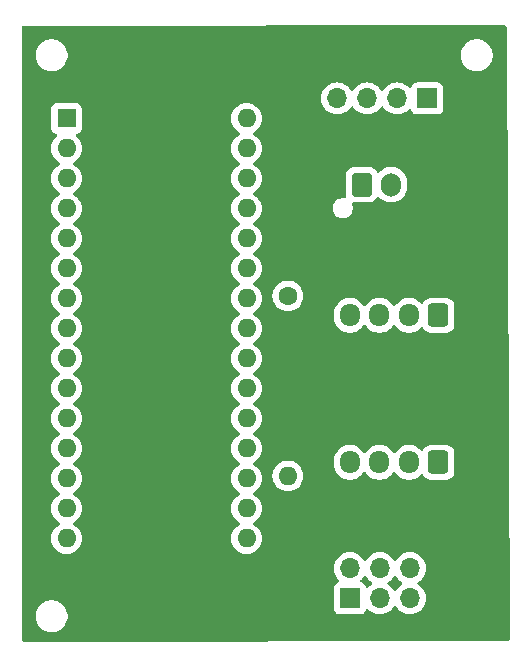
<source format=gbr>
%TF.GenerationSoftware,KiCad,Pcbnew,8.0.0*%
%TF.CreationDate,2024-03-28T15:12:29-07:00*%
%TF.ProjectId,stepper_controller_pcb,73746570-7065-4725-9f63-6f6e74726f6c,rev?*%
%TF.SameCoordinates,Original*%
%TF.FileFunction,Copper,L1,Top*%
%TF.FilePolarity,Positive*%
%FSLAX46Y46*%
G04 Gerber Fmt 4.6, Leading zero omitted, Abs format (unit mm)*
G04 Created by KiCad (PCBNEW 8.0.0) date 2024-03-28 15:12:29*
%MOMM*%
%LPD*%
G01*
G04 APERTURE LIST*
G04 Aperture macros list*
%AMRoundRect*
0 Rectangle with rounded corners*
0 $1 Rounding radius*
0 $2 $3 $4 $5 $6 $7 $8 $9 X,Y pos of 4 corners*
0 Add a 4 corners polygon primitive as box body*
4,1,4,$2,$3,$4,$5,$6,$7,$8,$9,$2,$3,0*
0 Add four circle primitives for the rounded corners*
1,1,$1+$1,$2,$3*
1,1,$1+$1,$4,$5*
1,1,$1+$1,$6,$7*
1,1,$1+$1,$8,$9*
0 Add four rect primitives between the rounded corners*
20,1,$1+$1,$2,$3,$4,$5,0*
20,1,$1+$1,$4,$5,$6,$7,0*
20,1,$1+$1,$6,$7,$8,$9,0*
20,1,$1+$1,$8,$9,$2,$3,0*%
G04 Aperture macros list end*
%TA.AperFunction,ComponentPad*%
%ADD10R,1.700000X1.700000*%
%TD*%
%TA.AperFunction,ComponentPad*%
%ADD11O,1.700000X1.700000*%
%TD*%
%TA.AperFunction,ComponentPad*%
%ADD12R,1.600000X1.600000*%
%TD*%
%TA.AperFunction,ComponentPad*%
%ADD13O,1.600000X1.600000*%
%TD*%
%TA.AperFunction,ComponentPad*%
%ADD14RoundRect,0.250000X0.600000X0.725000X-0.600000X0.725000X-0.600000X-0.725000X0.600000X-0.725000X0*%
%TD*%
%TA.AperFunction,ComponentPad*%
%ADD15O,1.700000X1.950000*%
%TD*%
%TA.AperFunction,ComponentPad*%
%ADD16RoundRect,0.250000X-0.600000X-0.750000X0.600000X-0.750000X0.600000X0.750000X-0.600000X0.750000X0*%
%TD*%
%TA.AperFunction,ComponentPad*%
%ADD17O,1.700000X2.000000*%
%TD*%
%TA.AperFunction,ComponentPad*%
%ADD18C,1.600000*%
%TD*%
G04 APERTURE END LIST*
D10*
%TO.P,J5,1,Pin_1*%
%TO.N,ENA_*%
X118299996Y-28155000D03*
D11*
%TO.P,J5,2,Pin_2*%
%TO.N,UART_TX*%
X115759996Y-28155000D03*
%TO.P,J5,3,Pin_3*%
%TO.N,UART_RX*%
X113219996Y-28155000D03*
%TO.P,J5,4,Pin_4*%
%TO.N,+5V*%
X110679996Y-28155000D03*
%TD*%
D12*
%TO.P,A1,1,D1/TX*%
%TO.N,UART_TX*%
X87759996Y-29840000D03*
D13*
%TO.P,A1,2,D0/RX*%
%TO.N,UART_RX*%
X87759996Y-32380000D03*
%TO.P,A1,3,~{RESET}*%
%TO.N,unconnected-(A1-~{RESET}-Pad3)*%
X87759996Y-34920000D03*
%TO.P,A1,4,GND*%
%TO.N,ENA_*%
X87759996Y-37460000D03*
%TO.P,A1,5,D2*%
%TO.N,ENA*%
X87759996Y-40000000D03*
%TO.P,A1,6,D3*%
%TO.N,PULSE_X*%
X87759996Y-42540000D03*
%TO.P,A1,7,D4*%
%TO.N,DIR_X*%
X87759996Y-45080000D03*
%TO.P,A1,8,D5*%
%TO.N,PULSE_Y*%
X87759996Y-47620000D03*
%TO.P,A1,9,D6*%
%TO.N,DIR_Y*%
X87759996Y-50160000D03*
%TO.P,A1,10,D7*%
%TO.N,unconnected-(A1-D7-Pad10)*%
X87759996Y-52700000D03*
%TO.P,A1,11,D8*%
%TO.N,unconnected-(A1-D8-Pad11)*%
X87759996Y-55240000D03*
%TO.P,A1,12,D9*%
%TO.N,unconnected-(A1-D9-Pad12)*%
X87759996Y-57780000D03*
%TO.P,A1,13,D10*%
%TO.N,unconnected-(A1-D10-Pad13)*%
X87759996Y-60320000D03*
%TO.P,A1,14,D11*%
%TO.N,unconnected-(A1-D11-Pad14)*%
X87759996Y-62860000D03*
%TO.P,A1,15,D12*%
%TO.N,unconnected-(A1-D12-Pad15)*%
X87759996Y-65400000D03*
%TO.P,A1,16,D13*%
%TO.N,unconnected-(A1-D13-Pad16)*%
X102999996Y-65400000D03*
%TO.P,A1,17,3V3*%
%TO.N,unconnected-(A1-3V3-Pad17)*%
X102999996Y-62860000D03*
%TO.P,A1,18,AREF*%
%TO.N,unconnected-(A1-AREF-Pad18)*%
X102999996Y-60320000D03*
%TO.P,A1,19,A0*%
%TO.N,unconnected-(A1-A0-Pad19)*%
X102999996Y-57780000D03*
%TO.P,A1,20,A1*%
%TO.N,unconnected-(A1-A1-Pad20)*%
X102999996Y-55240000D03*
%TO.P,A1,21,A2*%
%TO.N,unconnected-(A1-A2-Pad21)*%
X102999996Y-52700000D03*
%TO.P,A1,22,A3*%
%TO.N,unconnected-(A1-A3-Pad22)*%
X102999996Y-50160000D03*
%TO.P,A1,23,A4*%
%TO.N,unconnected-(A1-A4-Pad23)*%
X102999996Y-47620000D03*
%TO.P,A1,24,A5*%
%TO.N,unconnected-(A1-A5-Pad24)*%
X102999996Y-45080000D03*
%TO.P,A1,25,A6*%
%TO.N,unconnected-(A1-A6-Pad25)*%
X102999996Y-42540000D03*
%TO.P,A1,26,A7*%
%TO.N,unconnected-(A1-A7-Pad26)*%
X102999996Y-40000000D03*
%TO.P,A1,27,+5V*%
%TO.N,+5V*%
X102999996Y-37460000D03*
%TO.P,A1,28,~{RESET}*%
%TO.N,unconnected-(A1-~{RESET}-Pad28)*%
X102999996Y-34920000D03*
%TO.P,A1,29,GND*%
%TO.N,unconnected-(A1-GND-Pad29)*%
X102999996Y-32380000D03*
%TO.P,A1,30,VIN*%
%TO.N,Vcc*%
X102999996Y-29840000D03*
%TD*%
D14*
%TO.P,J3,1,Pin_1*%
%TO.N,+5V*%
X119249996Y-46525000D03*
D15*
%TO.P,J3,2,Pin_2*%
%TO.N,PULSE_X*%
X116749996Y-46525000D03*
%TO.P,J3,3,Pin_3*%
%TO.N,DIR_X*%
X114249996Y-46525000D03*
%TO.P,J3,4,Pin_4*%
%TO.N,ENA*%
X111749996Y-46525000D03*
%TD*%
D10*
%TO.P,J1,1,Pin_1*%
%TO.N,ENA_*%
X111749996Y-70475000D03*
D11*
%TO.P,J1,2,Pin_2*%
X111749996Y-67935000D03*
%TO.P,J1,3,Pin_3*%
%TO.N,DIR_X*%
X114289996Y-70475000D03*
%TO.P,J1,4,Pin_4*%
%TO.N,DIR_Y*%
X114289996Y-67935000D03*
%TO.P,J1,5,Pin_5*%
%TO.N,PULSE_X*%
X116829996Y-70475000D03*
%TO.P,J1,6,Pin_6*%
%TO.N,PULSE_Y*%
X116829996Y-67935000D03*
%TD*%
D14*
%TO.P,J4,1,Pin_1*%
%TO.N,+5V*%
X119249996Y-58975000D03*
D15*
%TO.P,J4,2,Pin_2*%
%TO.N,PULSE_Y*%
X116749996Y-58975000D03*
%TO.P,J4,3,Pin_3*%
%TO.N,DIR_Y*%
X114249996Y-58975000D03*
%TO.P,J4,4,Pin_4*%
%TO.N,ENA_*%
X111749996Y-58975000D03*
%TD*%
D16*
%TO.P,J2,1,Pin_1*%
%TO.N,Vcc*%
X112749996Y-35450000D03*
D17*
%TO.P,J2,2,Pin_2*%
%TO.N,ENA_*%
X115249996Y-35450000D03*
%TD*%
D18*
%TO.P,R1,1*%
%TO.N,ENA*%
X106499996Y-44880000D03*
D13*
%TO.P,R1,2*%
%TO.N,ENA_*%
X106499996Y-60120000D03*
%TD*%
%TA.AperFunction,Conductor*%
%TO.N,gnd!*%
G36*
X115644851Y-68601546D02*
G01*
X115661571Y-68620842D01*
X115791497Y-68806396D01*
X115791502Y-68806402D01*
X115958593Y-68973493D01*
X115958599Y-68973498D01*
X116144154Y-69103425D01*
X116187779Y-69158002D01*
X116194973Y-69227500D01*
X116163450Y-69289855D01*
X116144154Y-69306575D01*
X115958593Y-69436505D01*
X115791501Y-69603597D01*
X115661571Y-69789158D01*
X115606994Y-69832783D01*
X115537496Y-69839977D01*
X115475141Y-69808454D01*
X115458421Y-69789158D01*
X115328490Y-69603597D01*
X115161398Y-69436506D01*
X115161392Y-69436501D01*
X114975838Y-69306575D01*
X114932213Y-69251998D01*
X114925019Y-69182500D01*
X114956542Y-69120145D01*
X114975838Y-69103425D01*
X115088050Y-69024853D01*
X115161397Y-68973495D01*
X115328491Y-68806401D01*
X115458421Y-68620842D01*
X115512998Y-68577217D01*
X115582496Y-68570023D01*
X115644851Y-68601546D01*
G37*
%TD.AperFunction*%
%TA.AperFunction,Conductor*%
G36*
X113104851Y-68601546D02*
G01*
X113121571Y-68620842D01*
X113251497Y-68806396D01*
X113251502Y-68806402D01*
X113418593Y-68973493D01*
X113418599Y-68973498D01*
X113604154Y-69103425D01*
X113647779Y-69158002D01*
X113654973Y-69227500D01*
X113623450Y-69289855D01*
X113604154Y-69306575D01*
X113418596Y-69436503D01*
X113296669Y-69558430D01*
X113235346Y-69591914D01*
X113165654Y-69586930D01*
X113109721Y-69545058D01*
X113092806Y-69514081D01*
X113043793Y-69382671D01*
X113043789Y-69382664D01*
X112957543Y-69267455D01*
X112957540Y-69267452D01*
X112842331Y-69181206D01*
X112842324Y-69181202D01*
X112710913Y-69132189D01*
X112654979Y-69090318D01*
X112630562Y-69024853D01*
X112645414Y-68956580D01*
X112666559Y-68928332D01*
X112788491Y-68806401D01*
X112918421Y-68620842D01*
X112972998Y-68577217D01*
X113042496Y-68570023D01*
X113104851Y-68601546D01*
G37*
%TD.AperFunction*%
%TA.AperFunction,Conductor*%
G36*
X124963655Y-21999698D02*
G01*
X125009423Y-22052491D01*
X125020639Y-22103387D01*
X125289355Y-73935627D01*
X125270019Y-74002768D01*
X125217453Y-74048796D01*
X125165627Y-74060270D01*
X84124766Y-74149597D01*
X84057684Y-74130058D01*
X84011814Y-74077354D01*
X84000496Y-74025597D01*
X84000496Y-72106286D01*
X85149500Y-72106286D01*
X85182753Y-72316239D01*
X85248444Y-72518414D01*
X85344951Y-72707820D01*
X85469890Y-72879786D01*
X85620213Y-73030109D01*
X85792179Y-73155048D01*
X85792181Y-73155049D01*
X85792184Y-73155051D01*
X85981588Y-73251557D01*
X86183757Y-73317246D01*
X86393713Y-73350500D01*
X86393714Y-73350500D01*
X86606286Y-73350500D01*
X86606287Y-73350500D01*
X86816243Y-73317246D01*
X87018412Y-73251557D01*
X87207816Y-73155051D01*
X87229789Y-73139086D01*
X87379786Y-73030109D01*
X87379788Y-73030106D01*
X87379792Y-73030104D01*
X87530104Y-72879792D01*
X87530106Y-72879788D01*
X87530109Y-72879786D01*
X87655048Y-72707820D01*
X87655047Y-72707820D01*
X87655051Y-72707816D01*
X87751557Y-72518412D01*
X87817246Y-72316243D01*
X87850500Y-72106287D01*
X87850500Y-71893713D01*
X87817246Y-71683757D01*
X87751557Y-71481588D01*
X87655051Y-71292184D01*
X87655049Y-71292181D01*
X87655048Y-71292179D01*
X87530109Y-71120213D01*
X87379786Y-70969890D01*
X87207820Y-70844951D01*
X87018414Y-70748444D01*
X87018413Y-70748443D01*
X87018412Y-70748443D01*
X86816243Y-70682754D01*
X86816241Y-70682753D01*
X86816240Y-70682753D01*
X86654957Y-70657208D01*
X86606287Y-70649500D01*
X86393713Y-70649500D01*
X86345042Y-70657208D01*
X86183760Y-70682753D01*
X85981585Y-70748444D01*
X85792179Y-70844951D01*
X85620213Y-70969890D01*
X85469890Y-71120213D01*
X85344951Y-71292179D01*
X85248444Y-71481585D01*
X85182753Y-71683760D01*
X85149500Y-71893713D01*
X85149500Y-72106286D01*
X84000496Y-72106286D01*
X84000496Y-67935000D01*
X110394337Y-67935000D01*
X110414932Y-68170403D01*
X110414934Y-68170413D01*
X110476090Y-68398655D01*
X110476092Y-68398659D01*
X110476093Y-68398663D01*
X110479996Y-68407032D01*
X110575961Y-68612830D01*
X110575963Y-68612834D01*
X110684277Y-68767521D01*
X110711497Y-68806396D01*
X110711502Y-68806402D01*
X110833426Y-68928326D01*
X110866911Y-68989649D01*
X110861927Y-69059341D01*
X110820055Y-69115274D01*
X110789079Y-69132189D01*
X110657665Y-69181203D01*
X110657660Y-69181206D01*
X110542451Y-69267452D01*
X110542448Y-69267455D01*
X110456202Y-69382664D01*
X110456198Y-69382671D01*
X110405904Y-69517517D01*
X110399497Y-69577116D01*
X110399496Y-69577135D01*
X110399496Y-71372870D01*
X110399497Y-71372876D01*
X110405904Y-71432483D01*
X110456198Y-71567328D01*
X110456202Y-71567335D01*
X110542448Y-71682544D01*
X110542451Y-71682547D01*
X110657660Y-71768793D01*
X110657667Y-71768797D01*
X110792513Y-71819091D01*
X110792512Y-71819091D01*
X110799440Y-71819835D01*
X110852123Y-71825500D01*
X112647868Y-71825499D01*
X112707479Y-71819091D01*
X112842327Y-71768796D01*
X112957542Y-71682546D01*
X113043792Y-71567331D01*
X113092806Y-71435916D01*
X113134677Y-71379984D01*
X113200141Y-71355566D01*
X113268414Y-71370417D01*
X113296669Y-71391569D01*
X113418595Y-71513495D01*
X113515380Y-71581265D01*
X113612161Y-71649032D01*
X113612163Y-71649033D01*
X113612166Y-71649035D01*
X113826333Y-71748903D01*
X114054588Y-71810063D01*
X114231030Y-71825500D01*
X114289995Y-71830659D01*
X114289996Y-71830659D01*
X114289997Y-71830659D01*
X114348962Y-71825500D01*
X114525404Y-71810063D01*
X114753659Y-71748903D01*
X114967826Y-71649035D01*
X115161397Y-71513495D01*
X115328491Y-71346401D01*
X115458421Y-71160842D01*
X115512998Y-71117217D01*
X115582496Y-71110023D01*
X115644851Y-71141546D01*
X115661571Y-71160842D01*
X115791496Y-71346395D01*
X115791501Y-71346401D01*
X115958595Y-71513495D01*
X116055380Y-71581265D01*
X116152161Y-71649032D01*
X116152163Y-71649033D01*
X116152166Y-71649035D01*
X116366333Y-71748903D01*
X116594588Y-71810063D01*
X116771030Y-71825500D01*
X116829995Y-71830659D01*
X116829996Y-71830659D01*
X116829997Y-71830659D01*
X116888962Y-71825500D01*
X117065404Y-71810063D01*
X117293659Y-71748903D01*
X117507826Y-71649035D01*
X117701397Y-71513495D01*
X117868491Y-71346401D01*
X118004031Y-71152830D01*
X118103899Y-70938663D01*
X118165059Y-70710408D01*
X118185655Y-70475000D01*
X118165059Y-70239592D01*
X118103899Y-70011337D01*
X118004031Y-69797171D01*
X117998421Y-69789158D01*
X117868490Y-69603597D01*
X117701398Y-69436506D01*
X117701392Y-69436501D01*
X117515838Y-69306575D01*
X117472213Y-69251998D01*
X117465019Y-69182500D01*
X117496542Y-69120145D01*
X117515838Y-69103425D01*
X117628050Y-69024853D01*
X117701397Y-68973495D01*
X117868491Y-68806401D01*
X118004031Y-68612830D01*
X118103899Y-68398663D01*
X118165059Y-68170408D01*
X118185655Y-67935000D01*
X118165059Y-67699592D01*
X118103899Y-67471337D01*
X118004031Y-67257171D01*
X117998421Y-67249158D01*
X117868490Y-67063597D01*
X117701398Y-66896506D01*
X117701391Y-66896501D01*
X117507830Y-66760967D01*
X117507826Y-66760965D01*
X117507824Y-66760964D01*
X117293659Y-66661097D01*
X117293655Y-66661096D01*
X117293651Y-66661094D01*
X117065409Y-66599938D01*
X117065399Y-66599936D01*
X116829997Y-66579341D01*
X116829995Y-66579341D01*
X116594592Y-66599936D01*
X116594582Y-66599938D01*
X116366340Y-66661094D01*
X116366331Y-66661098D01*
X116152167Y-66760964D01*
X116152165Y-66760965D01*
X115958593Y-66896505D01*
X115791501Y-67063597D01*
X115661571Y-67249158D01*
X115606994Y-67292783D01*
X115537496Y-67299977D01*
X115475141Y-67268454D01*
X115458421Y-67249158D01*
X115328490Y-67063597D01*
X115161398Y-66896506D01*
X115161391Y-66896501D01*
X114967830Y-66760967D01*
X114967826Y-66760965D01*
X114967824Y-66760964D01*
X114753659Y-66661097D01*
X114753655Y-66661096D01*
X114753651Y-66661094D01*
X114525409Y-66599938D01*
X114525399Y-66599936D01*
X114289997Y-66579341D01*
X114289995Y-66579341D01*
X114054592Y-66599936D01*
X114054582Y-66599938D01*
X113826340Y-66661094D01*
X113826331Y-66661098D01*
X113612167Y-66760964D01*
X113612165Y-66760965D01*
X113418593Y-66896505D01*
X113251501Y-67063597D01*
X113121571Y-67249158D01*
X113066994Y-67292783D01*
X112997496Y-67299977D01*
X112935141Y-67268454D01*
X112918421Y-67249158D01*
X112788490Y-67063597D01*
X112621398Y-66896506D01*
X112621391Y-66896501D01*
X112427830Y-66760967D01*
X112427826Y-66760965D01*
X112427824Y-66760964D01*
X112213659Y-66661097D01*
X112213655Y-66661096D01*
X112213651Y-66661094D01*
X111985409Y-66599938D01*
X111985399Y-66599936D01*
X111749997Y-66579341D01*
X111749995Y-66579341D01*
X111514592Y-66599936D01*
X111514582Y-66599938D01*
X111286340Y-66661094D01*
X111286331Y-66661098D01*
X111072167Y-66760964D01*
X111072165Y-66760965D01*
X110878593Y-66896505D01*
X110711501Y-67063597D01*
X110575961Y-67257169D01*
X110575960Y-67257171D01*
X110476094Y-67471335D01*
X110476090Y-67471344D01*
X110414934Y-67699586D01*
X110414932Y-67699596D01*
X110394337Y-67934999D01*
X110394337Y-67935000D01*
X84000496Y-67935000D01*
X84000496Y-65400001D01*
X86454528Y-65400001D01*
X86474360Y-65626686D01*
X86474362Y-65626697D01*
X86533254Y-65846488D01*
X86533257Y-65846497D01*
X86629427Y-66052732D01*
X86629428Y-66052734D01*
X86759950Y-66239141D01*
X86920854Y-66400045D01*
X86920857Y-66400047D01*
X87107262Y-66530568D01*
X87313500Y-66626739D01*
X87533304Y-66685635D01*
X87695226Y-66699801D01*
X87759994Y-66705468D01*
X87759996Y-66705468D01*
X87759998Y-66705468D01*
X87816669Y-66700509D01*
X87986688Y-66685635D01*
X88206492Y-66626739D01*
X88412730Y-66530568D01*
X88599135Y-66400047D01*
X88760043Y-66239139D01*
X88890564Y-66052734D01*
X88986735Y-65846496D01*
X89045631Y-65626692D01*
X89065464Y-65400001D01*
X101694528Y-65400001D01*
X101714360Y-65626686D01*
X101714362Y-65626697D01*
X101773254Y-65846488D01*
X101773257Y-65846497D01*
X101869427Y-66052732D01*
X101869428Y-66052734D01*
X101999950Y-66239141D01*
X102160854Y-66400045D01*
X102160857Y-66400047D01*
X102347262Y-66530568D01*
X102553500Y-66626739D01*
X102773304Y-66685635D01*
X102935226Y-66699801D01*
X102999994Y-66705468D01*
X102999996Y-66705468D01*
X102999998Y-66705468D01*
X103056669Y-66700509D01*
X103226688Y-66685635D01*
X103446492Y-66626739D01*
X103652730Y-66530568D01*
X103839135Y-66400047D01*
X104000043Y-66239139D01*
X104130564Y-66052734D01*
X104226735Y-65846496D01*
X104285631Y-65626692D01*
X104305464Y-65400000D01*
X104285631Y-65173308D01*
X104226735Y-64953504D01*
X104130564Y-64747266D01*
X104000043Y-64560861D01*
X104000041Y-64560858D01*
X103839137Y-64399954D01*
X103652730Y-64269432D01*
X103652724Y-64269429D01*
X103594721Y-64242382D01*
X103542281Y-64196210D01*
X103523129Y-64129017D01*
X103543344Y-64062135D01*
X103594721Y-64017618D01*
X103652730Y-63990568D01*
X103839135Y-63860047D01*
X104000043Y-63699139D01*
X104130564Y-63512734D01*
X104226735Y-63306496D01*
X104285631Y-63086692D01*
X104305464Y-62860000D01*
X104285631Y-62633308D01*
X104226735Y-62413504D01*
X104130564Y-62207266D01*
X104000043Y-62020861D01*
X104000041Y-62020858D01*
X103839137Y-61859954D01*
X103652730Y-61729432D01*
X103652724Y-61729429D01*
X103594721Y-61702382D01*
X103542281Y-61656210D01*
X103523129Y-61589017D01*
X103543344Y-61522135D01*
X103594721Y-61477618D01*
X103652730Y-61450568D01*
X103839135Y-61320047D01*
X104000043Y-61159139D01*
X104130564Y-60972734D01*
X104226735Y-60766496D01*
X104285631Y-60546692D01*
X104305464Y-60320000D01*
X104303076Y-60292710D01*
X104292223Y-60168656D01*
X104287966Y-60120001D01*
X105194528Y-60120001D01*
X105214360Y-60346686D01*
X105214362Y-60346697D01*
X105273254Y-60566488D01*
X105273257Y-60566497D01*
X105369427Y-60772732D01*
X105369428Y-60772734D01*
X105499950Y-60959141D01*
X105660854Y-61120045D01*
X105660857Y-61120047D01*
X105847262Y-61250568D01*
X106053500Y-61346739D01*
X106273304Y-61405635D01*
X106435226Y-61419801D01*
X106499994Y-61425468D01*
X106499996Y-61425468D01*
X106499998Y-61425468D01*
X106556669Y-61420509D01*
X106726688Y-61405635D01*
X106946492Y-61346739D01*
X107152730Y-61250568D01*
X107339135Y-61120047D01*
X107500043Y-60959139D01*
X107630564Y-60772734D01*
X107726735Y-60566496D01*
X107785631Y-60346692D01*
X107802630Y-60152384D01*
X107805464Y-60120001D01*
X107805464Y-60119998D01*
X107796657Y-60019334D01*
X107785631Y-59893308D01*
X107726735Y-59673504D01*
X107630564Y-59467266D01*
X107500043Y-59280861D01*
X107500041Y-59280858D01*
X107425470Y-59206287D01*
X110399496Y-59206287D01*
X110432750Y-59416243D01*
X110449328Y-59467266D01*
X110498440Y-59618414D01*
X110594947Y-59807820D01*
X110719886Y-59979786D01*
X110870209Y-60130109D01*
X111042175Y-60255048D01*
X111042177Y-60255049D01*
X111042180Y-60255051D01*
X111231584Y-60351557D01*
X111433753Y-60417246D01*
X111643709Y-60450500D01*
X111643710Y-60450500D01*
X111856282Y-60450500D01*
X111856283Y-60450500D01*
X112066239Y-60417246D01*
X112268408Y-60351557D01*
X112457812Y-60255051D01*
X112479785Y-60239086D01*
X112629782Y-60130109D01*
X112629784Y-60130106D01*
X112629788Y-60130104D01*
X112780100Y-59979792D01*
X112899679Y-59815204D01*
X112955007Y-59772540D01*
X113024620Y-59766561D01*
X113086416Y-59799166D01*
X113100309Y-59815199D01*
X113157062Y-59893313D01*
X113219892Y-59979792D01*
X113370209Y-60130109D01*
X113542175Y-60255048D01*
X113542177Y-60255049D01*
X113542180Y-60255051D01*
X113731584Y-60351557D01*
X113933753Y-60417246D01*
X114143709Y-60450500D01*
X114143710Y-60450500D01*
X114356282Y-60450500D01*
X114356283Y-60450500D01*
X114566239Y-60417246D01*
X114768408Y-60351557D01*
X114957812Y-60255051D01*
X114979785Y-60239086D01*
X115129782Y-60130109D01*
X115129784Y-60130106D01*
X115129788Y-60130104D01*
X115280100Y-59979792D01*
X115399679Y-59815204D01*
X115455007Y-59772540D01*
X115524620Y-59766561D01*
X115586416Y-59799166D01*
X115600309Y-59815199D01*
X115657062Y-59893313D01*
X115719892Y-59979792D01*
X115870209Y-60130109D01*
X116042175Y-60255048D01*
X116042177Y-60255049D01*
X116042180Y-60255051D01*
X116231584Y-60351557D01*
X116433753Y-60417246D01*
X116643709Y-60450500D01*
X116643710Y-60450500D01*
X116856282Y-60450500D01*
X116856283Y-60450500D01*
X117066239Y-60417246D01*
X117268408Y-60351557D01*
X117457812Y-60255051D01*
X117629788Y-60130104D01*
X117768600Y-59991291D01*
X117829919Y-59957809D01*
X117899611Y-59962793D01*
X117955545Y-60004664D01*
X117961817Y-60013878D01*
X117965181Y-60019333D01*
X117965182Y-60019334D01*
X118057284Y-60168656D01*
X118181340Y-60292712D01*
X118330662Y-60384814D01*
X118497199Y-60439999D01*
X118599987Y-60450500D01*
X119900004Y-60450499D01*
X120002793Y-60439999D01*
X120169330Y-60384814D01*
X120318652Y-60292712D01*
X120442708Y-60168656D01*
X120534810Y-60019334D01*
X120589995Y-59852797D01*
X120600496Y-59750009D01*
X120600495Y-58199992D01*
X120589995Y-58097203D01*
X120534810Y-57930666D01*
X120442708Y-57781344D01*
X120318652Y-57657288D01*
X120169330Y-57565186D01*
X120002793Y-57510001D01*
X120002791Y-57510000D01*
X119900006Y-57499500D01*
X118599994Y-57499500D01*
X118599977Y-57499501D01*
X118497199Y-57510000D01*
X118497196Y-57510001D01*
X118330664Y-57565185D01*
X118330659Y-57565187D01*
X118181338Y-57657289D01*
X118057285Y-57781342D01*
X117961817Y-57936121D01*
X117909869Y-57982845D01*
X117840906Y-57994068D01*
X117776824Y-57966224D01*
X117768597Y-57958705D01*
X117629782Y-57819890D01*
X117457816Y-57694951D01*
X117268410Y-57598444D01*
X117268409Y-57598443D01*
X117268408Y-57598443D01*
X117066239Y-57532754D01*
X117066237Y-57532753D01*
X117066236Y-57532753D01*
X116904953Y-57507208D01*
X116856283Y-57499500D01*
X116643709Y-57499500D01*
X116595038Y-57507208D01*
X116433756Y-57532753D01*
X116231581Y-57598444D01*
X116042175Y-57694951D01*
X115870209Y-57819890D01*
X115719890Y-57970209D01*
X115719886Y-57970214D01*
X115600314Y-58134793D01*
X115544985Y-58177459D01*
X115475371Y-58183438D01*
X115413576Y-58150833D01*
X115399678Y-58134793D01*
X115280105Y-57970214D01*
X115280101Y-57970209D01*
X115129782Y-57819890D01*
X114957816Y-57694951D01*
X114768410Y-57598444D01*
X114768409Y-57598443D01*
X114768408Y-57598443D01*
X114566239Y-57532754D01*
X114566237Y-57532753D01*
X114566236Y-57532753D01*
X114404953Y-57507208D01*
X114356283Y-57499500D01*
X114143709Y-57499500D01*
X114095038Y-57507208D01*
X113933756Y-57532753D01*
X113731581Y-57598444D01*
X113542175Y-57694951D01*
X113370209Y-57819890D01*
X113219890Y-57970209D01*
X113219886Y-57970214D01*
X113100314Y-58134793D01*
X113044985Y-58177459D01*
X112975371Y-58183438D01*
X112913576Y-58150833D01*
X112899678Y-58134793D01*
X112780105Y-57970214D01*
X112780101Y-57970209D01*
X112629782Y-57819890D01*
X112457816Y-57694951D01*
X112268410Y-57598444D01*
X112268409Y-57598443D01*
X112268408Y-57598443D01*
X112066239Y-57532754D01*
X112066237Y-57532753D01*
X112066236Y-57532753D01*
X111904953Y-57507208D01*
X111856283Y-57499500D01*
X111643709Y-57499500D01*
X111595038Y-57507208D01*
X111433756Y-57532753D01*
X111231581Y-57598444D01*
X111042175Y-57694951D01*
X110870209Y-57819890D01*
X110719886Y-57970213D01*
X110594947Y-58142179D01*
X110498440Y-58331585D01*
X110432749Y-58533760D01*
X110419226Y-58619141D01*
X110399496Y-58743713D01*
X110399496Y-59206287D01*
X107425470Y-59206287D01*
X107339137Y-59119954D01*
X107152730Y-58989432D01*
X107152728Y-58989431D01*
X106946493Y-58893261D01*
X106946484Y-58893258D01*
X106726693Y-58834366D01*
X106726689Y-58834365D01*
X106726688Y-58834365D01*
X106726687Y-58834364D01*
X106726682Y-58834364D01*
X106499998Y-58814532D01*
X106499994Y-58814532D01*
X106273309Y-58834364D01*
X106273298Y-58834366D01*
X106053507Y-58893258D01*
X106053498Y-58893261D01*
X105847263Y-58989431D01*
X105847261Y-58989432D01*
X105660854Y-59119954D01*
X105499950Y-59280858D01*
X105369428Y-59467265D01*
X105369427Y-59467267D01*
X105273257Y-59673502D01*
X105273254Y-59673511D01*
X105214362Y-59893302D01*
X105214360Y-59893313D01*
X105194528Y-60119998D01*
X105194528Y-60120001D01*
X104287966Y-60120001D01*
X104285631Y-60093308D01*
X104232043Y-59893313D01*
X104226737Y-59873511D01*
X104226734Y-59873502D01*
X104133476Y-59673511D01*
X104130564Y-59667266D01*
X104000043Y-59480861D01*
X104000041Y-59480858D01*
X103839137Y-59319954D01*
X103652730Y-59189432D01*
X103652724Y-59189429D01*
X103594721Y-59162382D01*
X103542281Y-59116210D01*
X103523129Y-59049017D01*
X103543344Y-58982135D01*
X103594721Y-58937618D01*
X103652730Y-58910568D01*
X103839135Y-58780047D01*
X104000043Y-58619139D01*
X104130564Y-58432734D01*
X104226735Y-58226496D01*
X104285631Y-58006692D01*
X104305464Y-57780000D01*
X104285631Y-57553308D01*
X104226735Y-57333504D01*
X104130564Y-57127266D01*
X104000043Y-56940861D01*
X104000041Y-56940858D01*
X103839137Y-56779954D01*
X103652730Y-56649432D01*
X103652724Y-56649429D01*
X103594721Y-56622382D01*
X103542281Y-56576210D01*
X103523129Y-56509017D01*
X103543344Y-56442135D01*
X103594721Y-56397618D01*
X103652730Y-56370568D01*
X103839135Y-56240047D01*
X104000043Y-56079139D01*
X104130564Y-55892734D01*
X104226735Y-55686496D01*
X104285631Y-55466692D01*
X104305464Y-55240000D01*
X104285631Y-55013308D01*
X104226735Y-54793504D01*
X104130564Y-54587266D01*
X104000043Y-54400861D01*
X104000041Y-54400858D01*
X103839137Y-54239954D01*
X103652730Y-54109432D01*
X103652724Y-54109429D01*
X103594721Y-54082382D01*
X103542281Y-54036210D01*
X103523129Y-53969017D01*
X103543344Y-53902135D01*
X103594721Y-53857618D01*
X103652730Y-53830568D01*
X103839135Y-53700047D01*
X104000043Y-53539139D01*
X104130564Y-53352734D01*
X104226735Y-53146496D01*
X104285631Y-52926692D01*
X104305464Y-52700000D01*
X104285631Y-52473308D01*
X104226735Y-52253504D01*
X104130564Y-52047266D01*
X104000043Y-51860861D01*
X104000041Y-51860858D01*
X103839137Y-51699954D01*
X103652730Y-51569432D01*
X103652724Y-51569429D01*
X103594721Y-51542382D01*
X103542281Y-51496210D01*
X103523129Y-51429017D01*
X103543344Y-51362135D01*
X103594721Y-51317618D01*
X103652730Y-51290568D01*
X103839135Y-51160047D01*
X104000043Y-50999139D01*
X104130564Y-50812734D01*
X104226735Y-50606496D01*
X104285631Y-50386692D01*
X104305464Y-50160000D01*
X104285631Y-49933308D01*
X104226735Y-49713504D01*
X104130564Y-49507266D01*
X104000043Y-49320861D01*
X104000041Y-49320858D01*
X103839137Y-49159954D01*
X103652730Y-49029432D01*
X103652724Y-49029429D01*
X103594721Y-49002382D01*
X103542281Y-48956210D01*
X103523129Y-48889017D01*
X103543344Y-48822135D01*
X103594721Y-48777618D01*
X103652730Y-48750568D01*
X103839135Y-48620047D01*
X104000043Y-48459139D01*
X104130564Y-48272734D01*
X104226735Y-48066496D01*
X104285631Y-47846692D01*
X104305464Y-47620000D01*
X104301031Y-47569336D01*
X104297571Y-47529786D01*
X104285631Y-47393308D01*
X104226735Y-47173504D01*
X104130564Y-46967266D01*
X104000043Y-46780861D01*
X104000041Y-46780858D01*
X103975470Y-46756287D01*
X110399496Y-46756287D01*
X110432750Y-46966243D01*
X110433082Y-46967266D01*
X110498440Y-47168414D01*
X110594947Y-47357820D01*
X110719886Y-47529786D01*
X110870209Y-47680109D01*
X111042175Y-47805048D01*
X111042177Y-47805049D01*
X111042180Y-47805051D01*
X111231584Y-47901557D01*
X111433753Y-47967246D01*
X111643709Y-48000500D01*
X111643710Y-48000500D01*
X111856282Y-48000500D01*
X111856283Y-48000500D01*
X112066239Y-47967246D01*
X112268408Y-47901557D01*
X112457812Y-47805051D01*
X112479785Y-47789086D01*
X112629782Y-47680109D01*
X112629784Y-47680106D01*
X112629788Y-47680104D01*
X112780100Y-47529792D01*
X112899679Y-47365204D01*
X112955007Y-47322540D01*
X113024620Y-47316561D01*
X113086416Y-47349166D01*
X113100309Y-47365199D01*
X113203921Y-47507809D01*
X113219892Y-47529792D01*
X113370209Y-47680109D01*
X113542175Y-47805048D01*
X113542177Y-47805049D01*
X113542180Y-47805051D01*
X113731584Y-47901557D01*
X113933753Y-47967246D01*
X114143709Y-48000500D01*
X114143710Y-48000500D01*
X114356282Y-48000500D01*
X114356283Y-48000500D01*
X114566239Y-47967246D01*
X114768408Y-47901557D01*
X114957812Y-47805051D01*
X114979785Y-47789086D01*
X115129782Y-47680109D01*
X115129784Y-47680106D01*
X115129788Y-47680104D01*
X115280100Y-47529792D01*
X115399679Y-47365204D01*
X115455007Y-47322540D01*
X115524620Y-47316561D01*
X115586416Y-47349166D01*
X115600309Y-47365199D01*
X115703921Y-47507809D01*
X115719892Y-47529792D01*
X115870209Y-47680109D01*
X116042175Y-47805048D01*
X116042177Y-47805049D01*
X116042180Y-47805051D01*
X116231584Y-47901557D01*
X116433753Y-47967246D01*
X116643709Y-48000500D01*
X116643710Y-48000500D01*
X116856282Y-48000500D01*
X116856283Y-48000500D01*
X117066239Y-47967246D01*
X117268408Y-47901557D01*
X117457812Y-47805051D01*
X117629788Y-47680104D01*
X117768600Y-47541291D01*
X117829919Y-47507809D01*
X117899611Y-47512793D01*
X117955545Y-47554664D01*
X117961817Y-47563878D01*
X117965181Y-47569333D01*
X117965182Y-47569334D01*
X118057284Y-47718656D01*
X118181340Y-47842712D01*
X118330662Y-47934814D01*
X118497199Y-47989999D01*
X118599987Y-48000500D01*
X119900004Y-48000499D01*
X120002793Y-47989999D01*
X120169330Y-47934814D01*
X120318652Y-47842712D01*
X120442708Y-47718656D01*
X120534810Y-47569334D01*
X120589995Y-47402797D01*
X120600496Y-47300009D01*
X120600495Y-45749992D01*
X120589995Y-45647203D01*
X120534810Y-45480666D01*
X120442708Y-45331344D01*
X120318652Y-45207288D01*
X120169330Y-45115186D01*
X120002793Y-45060001D01*
X120002791Y-45060000D01*
X119900006Y-45049500D01*
X118599994Y-45049500D01*
X118599977Y-45049501D01*
X118497199Y-45060000D01*
X118497196Y-45060001D01*
X118330664Y-45115185D01*
X118330659Y-45115187D01*
X118181338Y-45207289D01*
X118057285Y-45331342D01*
X117961817Y-45486121D01*
X117909869Y-45532845D01*
X117840906Y-45544068D01*
X117776824Y-45516224D01*
X117768597Y-45508705D01*
X117629782Y-45369890D01*
X117457816Y-45244951D01*
X117268410Y-45148444D01*
X117268409Y-45148443D01*
X117268408Y-45148443D01*
X117066239Y-45082754D01*
X117066237Y-45082753D01*
X117066236Y-45082753D01*
X116904953Y-45057208D01*
X116856283Y-45049500D01*
X116643709Y-45049500D01*
X116595038Y-45057208D01*
X116433756Y-45082753D01*
X116231581Y-45148444D01*
X116042175Y-45244951D01*
X115870209Y-45369890D01*
X115719890Y-45520209D01*
X115719886Y-45520214D01*
X115600314Y-45684793D01*
X115544985Y-45727459D01*
X115475371Y-45733438D01*
X115413576Y-45700833D01*
X115399678Y-45684793D01*
X115280105Y-45520214D01*
X115280101Y-45520209D01*
X115129782Y-45369890D01*
X114957816Y-45244951D01*
X114768410Y-45148444D01*
X114768409Y-45148443D01*
X114768408Y-45148443D01*
X114566239Y-45082754D01*
X114566237Y-45082753D01*
X114566236Y-45082753D01*
X114404953Y-45057208D01*
X114356283Y-45049500D01*
X114143709Y-45049500D01*
X114095038Y-45057208D01*
X113933756Y-45082753D01*
X113731581Y-45148444D01*
X113542175Y-45244951D01*
X113370209Y-45369890D01*
X113219890Y-45520209D01*
X113219886Y-45520214D01*
X113100314Y-45684793D01*
X113044985Y-45727459D01*
X112975371Y-45733438D01*
X112913576Y-45700833D01*
X112899678Y-45684793D01*
X112780105Y-45520214D01*
X112780101Y-45520209D01*
X112629782Y-45369890D01*
X112457816Y-45244951D01*
X112268410Y-45148444D01*
X112268409Y-45148443D01*
X112268408Y-45148443D01*
X112066239Y-45082754D01*
X112066237Y-45082753D01*
X112066236Y-45082753D01*
X111904953Y-45057208D01*
X111856283Y-45049500D01*
X111643709Y-45049500D01*
X111595038Y-45057208D01*
X111433756Y-45082753D01*
X111231581Y-45148444D01*
X111042175Y-45244951D01*
X110870209Y-45369890D01*
X110719886Y-45520213D01*
X110594947Y-45692179D01*
X110498440Y-45881585D01*
X110432749Y-46083760D01*
X110399496Y-46293713D01*
X110399496Y-46756287D01*
X103975470Y-46756287D01*
X103839137Y-46619954D01*
X103652730Y-46489432D01*
X103652724Y-46489429D01*
X103594721Y-46462382D01*
X103542281Y-46416210D01*
X103523129Y-46349017D01*
X103543344Y-46282135D01*
X103594721Y-46237618D01*
X103652730Y-46210568D01*
X103839135Y-46080047D01*
X104000043Y-45919139D01*
X104130564Y-45732734D01*
X104226735Y-45526496D01*
X104285631Y-45306692D01*
X104305464Y-45080000D01*
X104287966Y-44880001D01*
X105194528Y-44880001D01*
X105214360Y-45106686D01*
X105214362Y-45106697D01*
X105273254Y-45326488D01*
X105273257Y-45326497D01*
X105369427Y-45532732D01*
X105369428Y-45532734D01*
X105499950Y-45719141D01*
X105660854Y-45880045D01*
X105663058Y-45881588D01*
X105847262Y-46010568D01*
X106053500Y-46106739D01*
X106273304Y-46165635D01*
X106435226Y-46179801D01*
X106499994Y-46185468D01*
X106499996Y-46185468D01*
X106499998Y-46185468D01*
X106556669Y-46180509D01*
X106726688Y-46165635D01*
X106946492Y-46106739D01*
X107152730Y-46010568D01*
X107339135Y-45880047D01*
X107500043Y-45719139D01*
X107630564Y-45532734D01*
X107726735Y-45326496D01*
X107785631Y-45106692D01*
X107805464Y-44880000D01*
X107785631Y-44653308D01*
X107726735Y-44433504D01*
X107630564Y-44227266D01*
X107500043Y-44040861D01*
X107500041Y-44040858D01*
X107339137Y-43879954D01*
X107152730Y-43749432D01*
X107152728Y-43749431D01*
X106946493Y-43653261D01*
X106946484Y-43653258D01*
X106726693Y-43594366D01*
X106726689Y-43594365D01*
X106726688Y-43594365D01*
X106726687Y-43594364D01*
X106726682Y-43594364D01*
X106499998Y-43574532D01*
X106499994Y-43574532D01*
X106273309Y-43594364D01*
X106273298Y-43594366D01*
X106053507Y-43653258D01*
X106053498Y-43653261D01*
X105847263Y-43749431D01*
X105847261Y-43749432D01*
X105660854Y-43879954D01*
X105499950Y-44040858D01*
X105369428Y-44227265D01*
X105369427Y-44227267D01*
X105273257Y-44433502D01*
X105273254Y-44433511D01*
X105214362Y-44653302D01*
X105214360Y-44653313D01*
X105194528Y-44879998D01*
X105194528Y-44880001D01*
X104287966Y-44880001D01*
X104285631Y-44853308D01*
X104232043Y-44653313D01*
X104226737Y-44633511D01*
X104226734Y-44633502D01*
X104133476Y-44433511D01*
X104130564Y-44427266D01*
X104000043Y-44240861D01*
X104000041Y-44240858D01*
X103839137Y-44079954D01*
X103652730Y-43949432D01*
X103652724Y-43949429D01*
X103594721Y-43922382D01*
X103542281Y-43876210D01*
X103523129Y-43809017D01*
X103543344Y-43742135D01*
X103594721Y-43697618D01*
X103652730Y-43670568D01*
X103839135Y-43540047D01*
X104000043Y-43379139D01*
X104130564Y-43192734D01*
X104226735Y-42986496D01*
X104285631Y-42766692D01*
X104305464Y-42540000D01*
X104285631Y-42313308D01*
X104226735Y-42093504D01*
X104130564Y-41887266D01*
X104000043Y-41700861D01*
X104000041Y-41700858D01*
X103839137Y-41539954D01*
X103652730Y-41409432D01*
X103652724Y-41409429D01*
X103594721Y-41382382D01*
X103542281Y-41336210D01*
X103523129Y-41269017D01*
X103543344Y-41202135D01*
X103594721Y-41157618D01*
X103652730Y-41130568D01*
X103839135Y-41000047D01*
X104000043Y-40839139D01*
X104130564Y-40652734D01*
X104226735Y-40446496D01*
X104285631Y-40226692D01*
X104305464Y-40000000D01*
X104285631Y-39773308D01*
X104226735Y-39553504D01*
X104130564Y-39347266D01*
X104000043Y-39160861D01*
X104000041Y-39160858D01*
X103839137Y-38999954D01*
X103652730Y-38869432D01*
X103652724Y-38869429D01*
X103594721Y-38842382D01*
X103542281Y-38796210D01*
X103523129Y-38729017D01*
X103543344Y-38662135D01*
X103594721Y-38617618D01*
X103652730Y-38590568D01*
X103839135Y-38460047D01*
X104000043Y-38299139D01*
X104130564Y-38112734D01*
X104226735Y-37906496D01*
X104285631Y-37686692D01*
X104299010Y-37533771D01*
X110299496Y-37533771D01*
X110332178Y-37698074D01*
X110332180Y-37698082D01*
X110396291Y-37852860D01*
X110489369Y-37992162D01*
X110607833Y-38110626D01*
X110700490Y-38172537D01*
X110747133Y-38203703D01*
X110901914Y-38267816D01*
X111059387Y-38299139D01*
X111066224Y-38300499D01*
X111066228Y-38300500D01*
X111066229Y-38300500D01*
X111233764Y-38300500D01*
X111233765Y-38300499D01*
X111398078Y-38267816D01*
X111552859Y-38203703D01*
X111692158Y-38110626D01*
X111810622Y-37992162D01*
X111903699Y-37852863D01*
X111967812Y-37698082D01*
X112000496Y-37533767D01*
X112000496Y-37366233D01*
X111967812Y-37201918D01*
X111932725Y-37117213D01*
X111925257Y-37047745D01*
X111956532Y-36985265D01*
X112016621Y-36949613D01*
X112059887Y-36946403D01*
X112099987Y-36950500D01*
X113400004Y-36950499D01*
X113408678Y-36949613D01*
X113440101Y-36946403D01*
X113502793Y-36939999D01*
X113669330Y-36884814D01*
X113818652Y-36792712D01*
X113942708Y-36668656D01*
X114034810Y-36519334D01*
X114034810Y-36519331D01*
X114038174Y-36513879D01*
X114090122Y-36467154D01*
X114159084Y-36455931D01*
X114223166Y-36483774D01*
X114231394Y-36491294D01*
X114370209Y-36630109D01*
X114542175Y-36755048D01*
X114542177Y-36755049D01*
X114542180Y-36755051D01*
X114731584Y-36851557D01*
X114933753Y-36917246D01*
X115143709Y-36950500D01*
X115143710Y-36950500D01*
X115356282Y-36950500D01*
X115356283Y-36950500D01*
X115566239Y-36917246D01*
X115768408Y-36851557D01*
X115957812Y-36755051D01*
X116038681Y-36696297D01*
X116129782Y-36630109D01*
X116129784Y-36630106D01*
X116129788Y-36630104D01*
X116280100Y-36479792D01*
X116280102Y-36479788D01*
X116280105Y-36479786D01*
X116405044Y-36307820D01*
X116405043Y-36307820D01*
X116405047Y-36307816D01*
X116501553Y-36118412D01*
X116567242Y-35916243D01*
X116600496Y-35706287D01*
X116600496Y-35193713D01*
X116567242Y-34983757D01*
X116501553Y-34781588D01*
X116405047Y-34592184D01*
X116405045Y-34592181D01*
X116405044Y-34592179D01*
X116280105Y-34420213D01*
X116129782Y-34269890D01*
X115957816Y-34144951D01*
X115768410Y-34048444D01*
X115768409Y-34048443D01*
X115768408Y-34048443D01*
X115566239Y-33982754D01*
X115566237Y-33982753D01*
X115566236Y-33982753D01*
X115404953Y-33957208D01*
X115356283Y-33949500D01*
X115143709Y-33949500D01*
X115095038Y-33957208D01*
X114933756Y-33982753D01*
X114731581Y-34048444D01*
X114542175Y-34144951D01*
X114370211Y-34269889D01*
X114231394Y-34408706D01*
X114170071Y-34442190D01*
X114100379Y-34437206D01*
X114044446Y-34395334D01*
X114038174Y-34386120D01*
X113942708Y-34231344D01*
X113818653Y-34107289D01*
X113818652Y-34107288D01*
X113669330Y-34015186D01*
X113502793Y-33960001D01*
X113502791Y-33960000D01*
X113400006Y-33949500D01*
X112099994Y-33949500D01*
X112099977Y-33949501D01*
X111997199Y-33960000D01*
X111997196Y-33960001D01*
X111830664Y-34015185D01*
X111830659Y-34015187D01*
X111681338Y-34107289D01*
X111557285Y-34231342D01*
X111465183Y-34380663D01*
X111465181Y-34380668D01*
X111460321Y-34395334D01*
X111409997Y-34547203D01*
X111409997Y-34547204D01*
X111409996Y-34547204D01*
X111399496Y-34649983D01*
X111399496Y-36250001D01*
X111399497Y-36250018D01*
X111409996Y-36352796D01*
X111409997Y-36352799D01*
X111442957Y-36452264D01*
X111445359Y-36522092D01*
X111409627Y-36582134D01*
X111347107Y-36613327D01*
X111301061Y-36612886D01*
X111261282Y-36604973D01*
X111233763Y-36599500D01*
X111066229Y-36599500D01*
X111066224Y-36599500D01*
X110901921Y-36632182D01*
X110901913Y-36632184D01*
X110747135Y-36696295D01*
X110607833Y-36789373D01*
X110489369Y-36907837D01*
X110396291Y-37047139D01*
X110332180Y-37201917D01*
X110332178Y-37201925D01*
X110299496Y-37366228D01*
X110299496Y-37533771D01*
X104299010Y-37533771D01*
X104305464Y-37460000D01*
X104285631Y-37233308D01*
X104226735Y-37013504D01*
X104130564Y-36807266D01*
X104007970Y-36632182D01*
X104000041Y-36620858D01*
X103839137Y-36459954D01*
X103652730Y-36329432D01*
X103652724Y-36329429D01*
X103606383Y-36307820D01*
X103594720Y-36302381D01*
X103542281Y-36256210D01*
X103523129Y-36189017D01*
X103543344Y-36122135D01*
X103594721Y-36077618D01*
X103652730Y-36050568D01*
X103839135Y-35920047D01*
X104000043Y-35759139D01*
X104130564Y-35572734D01*
X104226735Y-35366496D01*
X104285631Y-35146692D01*
X104305464Y-34920000D01*
X104285631Y-34693308D01*
X104226735Y-34473504D01*
X104130564Y-34267266D01*
X104000043Y-34080861D01*
X104000041Y-34080858D01*
X103839137Y-33919954D01*
X103652730Y-33789432D01*
X103652724Y-33789429D01*
X103594721Y-33762382D01*
X103542281Y-33716210D01*
X103523129Y-33649017D01*
X103543344Y-33582135D01*
X103594721Y-33537618D01*
X103652730Y-33510568D01*
X103839135Y-33380047D01*
X104000043Y-33219139D01*
X104130564Y-33032734D01*
X104226735Y-32826496D01*
X104285631Y-32606692D01*
X104305464Y-32380000D01*
X104285631Y-32153308D01*
X104226735Y-31933504D01*
X104130564Y-31727266D01*
X104000043Y-31540861D01*
X104000041Y-31540858D01*
X103839137Y-31379954D01*
X103652730Y-31249432D01*
X103652724Y-31249429D01*
X103594721Y-31222382D01*
X103542281Y-31176210D01*
X103523129Y-31109017D01*
X103543344Y-31042135D01*
X103594721Y-30997618D01*
X103652730Y-30970568D01*
X103839135Y-30840047D01*
X104000043Y-30679139D01*
X104130564Y-30492734D01*
X104226735Y-30286496D01*
X104285631Y-30066692D01*
X104305464Y-29840000D01*
X104285631Y-29613308D01*
X104226735Y-29393504D01*
X104130564Y-29187266D01*
X104000043Y-29000861D01*
X104000041Y-29000858D01*
X103839137Y-28839954D01*
X103652730Y-28709432D01*
X103652728Y-28709431D01*
X103446493Y-28613261D01*
X103446484Y-28613258D01*
X103226693Y-28554366D01*
X103226689Y-28554365D01*
X103226688Y-28554365D01*
X103226687Y-28554364D01*
X103226682Y-28554364D01*
X102999998Y-28534532D01*
X102999994Y-28534532D01*
X102773309Y-28554364D01*
X102773298Y-28554366D01*
X102553507Y-28613258D01*
X102553498Y-28613261D01*
X102347263Y-28709431D01*
X102347261Y-28709432D01*
X102160854Y-28839954D01*
X101999950Y-29000858D01*
X101869428Y-29187265D01*
X101869427Y-29187267D01*
X101773257Y-29393502D01*
X101773254Y-29393511D01*
X101714362Y-29613302D01*
X101714360Y-29613313D01*
X101694528Y-29839998D01*
X101694528Y-29840001D01*
X101714360Y-30066686D01*
X101714362Y-30066697D01*
X101773254Y-30286488D01*
X101773257Y-30286497D01*
X101869427Y-30492732D01*
X101869428Y-30492734D01*
X101999950Y-30679141D01*
X102160854Y-30840045D01*
X102160857Y-30840047D01*
X102347262Y-30970568D01*
X102405271Y-30997618D01*
X102457710Y-31043791D01*
X102476862Y-31110984D01*
X102456646Y-31177865D01*
X102405271Y-31222382D01*
X102347263Y-31249431D01*
X102347261Y-31249432D01*
X102160854Y-31379954D01*
X101999950Y-31540858D01*
X101869428Y-31727265D01*
X101869427Y-31727267D01*
X101773257Y-31933502D01*
X101773254Y-31933511D01*
X101714362Y-32153302D01*
X101714360Y-32153313D01*
X101694528Y-32379998D01*
X101694528Y-32380001D01*
X101714360Y-32606686D01*
X101714362Y-32606697D01*
X101773254Y-32826488D01*
X101773257Y-32826497D01*
X101869427Y-33032732D01*
X101869428Y-33032734D01*
X101999950Y-33219141D01*
X102160854Y-33380045D01*
X102160857Y-33380047D01*
X102347262Y-33510568D01*
X102405271Y-33537618D01*
X102457710Y-33583791D01*
X102476862Y-33650984D01*
X102456646Y-33717865D01*
X102405271Y-33762382D01*
X102347263Y-33789431D01*
X102347261Y-33789432D01*
X102160854Y-33919954D01*
X101999950Y-34080858D01*
X101869428Y-34267265D01*
X101869427Y-34267267D01*
X101773257Y-34473502D01*
X101773254Y-34473511D01*
X101714362Y-34693302D01*
X101714360Y-34693313D01*
X101694528Y-34919998D01*
X101694528Y-34920001D01*
X101714360Y-35146686D01*
X101714362Y-35146697D01*
X101773254Y-35366488D01*
X101773257Y-35366497D01*
X101869427Y-35572732D01*
X101869428Y-35572734D01*
X101999950Y-35759141D01*
X102160854Y-35920045D01*
X102160857Y-35920047D01*
X102347262Y-36050568D01*
X102405271Y-36077618D01*
X102457710Y-36123791D01*
X102476862Y-36190984D01*
X102456646Y-36257865D01*
X102405271Y-36302381D01*
X102393609Y-36307820D01*
X102347263Y-36329431D01*
X102347261Y-36329432D01*
X102160854Y-36459954D01*
X101999950Y-36620858D01*
X101869428Y-36807265D01*
X101869427Y-36807267D01*
X101773257Y-37013502D01*
X101773254Y-37013511D01*
X101714362Y-37233302D01*
X101714360Y-37233313D01*
X101694528Y-37459998D01*
X101694528Y-37460001D01*
X101714360Y-37686686D01*
X101714362Y-37686697D01*
X101773254Y-37906488D01*
X101773257Y-37906497D01*
X101869427Y-38112732D01*
X101869428Y-38112734D01*
X101999950Y-38299141D01*
X102160854Y-38460045D01*
X102160857Y-38460047D01*
X102347262Y-38590568D01*
X102405271Y-38617618D01*
X102457710Y-38663791D01*
X102476862Y-38730984D01*
X102456646Y-38797865D01*
X102405271Y-38842382D01*
X102347263Y-38869431D01*
X102347261Y-38869432D01*
X102160854Y-38999954D01*
X101999950Y-39160858D01*
X101869428Y-39347265D01*
X101869427Y-39347267D01*
X101773257Y-39553502D01*
X101773254Y-39553511D01*
X101714362Y-39773302D01*
X101714360Y-39773313D01*
X101694528Y-39999998D01*
X101694528Y-40000001D01*
X101714360Y-40226686D01*
X101714362Y-40226697D01*
X101773254Y-40446488D01*
X101773257Y-40446497D01*
X101869427Y-40652732D01*
X101869428Y-40652734D01*
X101999950Y-40839141D01*
X102160854Y-41000045D01*
X102160857Y-41000047D01*
X102347262Y-41130568D01*
X102405271Y-41157618D01*
X102457710Y-41203791D01*
X102476862Y-41270984D01*
X102456646Y-41337865D01*
X102405271Y-41382382D01*
X102347263Y-41409431D01*
X102347261Y-41409432D01*
X102160854Y-41539954D01*
X101999950Y-41700858D01*
X101869428Y-41887265D01*
X101869427Y-41887267D01*
X101773257Y-42093502D01*
X101773254Y-42093511D01*
X101714362Y-42313302D01*
X101714360Y-42313313D01*
X101694528Y-42539998D01*
X101694528Y-42540001D01*
X101714360Y-42766686D01*
X101714362Y-42766697D01*
X101773254Y-42986488D01*
X101773257Y-42986497D01*
X101869427Y-43192732D01*
X101869428Y-43192734D01*
X101999950Y-43379141D01*
X102160854Y-43540045D01*
X102160857Y-43540047D01*
X102347262Y-43670568D01*
X102405271Y-43697618D01*
X102457710Y-43743791D01*
X102476862Y-43810984D01*
X102456646Y-43877865D01*
X102405271Y-43922382D01*
X102347263Y-43949431D01*
X102347261Y-43949432D01*
X102160854Y-44079954D01*
X101999950Y-44240858D01*
X101869428Y-44427265D01*
X101869427Y-44427267D01*
X101773257Y-44633502D01*
X101773254Y-44633511D01*
X101714362Y-44853302D01*
X101714360Y-44853313D01*
X101694528Y-45079998D01*
X101694528Y-45080001D01*
X101714360Y-45306686D01*
X101714362Y-45306697D01*
X101773254Y-45526488D01*
X101773257Y-45526497D01*
X101869427Y-45732732D01*
X101869428Y-45732734D01*
X101999950Y-45919141D01*
X102160854Y-46080045D01*
X102160857Y-46080047D01*
X102347262Y-46210568D01*
X102405271Y-46237618D01*
X102457710Y-46283791D01*
X102476862Y-46350984D01*
X102456646Y-46417865D01*
X102405271Y-46462382D01*
X102347263Y-46489431D01*
X102347261Y-46489432D01*
X102160854Y-46619954D01*
X101999950Y-46780858D01*
X101869428Y-46967265D01*
X101869427Y-46967267D01*
X101773257Y-47173502D01*
X101773254Y-47173511D01*
X101714362Y-47393302D01*
X101714360Y-47393313D01*
X101694528Y-47619998D01*
X101694528Y-47620001D01*
X101714360Y-47846686D01*
X101714362Y-47846697D01*
X101773254Y-48066488D01*
X101773257Y-48066497D01*
X101869427Y-48272732D01*
X101869428Y-48272734D01*
X101999950Y-48459141D01*
X102160854Y-48620045D01*
X102160857Y-48620047D01*
X102347262Y-48750568D01*
X102405271Y-48777618D01*
X102457710Y-48823791D01*
X102476862Y-48890984D01*
X102456646Y-48957865D01*
X102405271Y-49002382D01*
X102347263Y-49029431D01*
X102347261Y-49029432D01*
X102160854Y-49159954D01*
X101999950Y-49320858D01*
X101869428Y-49507265D01*
X101869427Y-49507267D01*
X101773257Y-49713502D01*
X101773254Y-49713511D01*
X101714362Y-49933302D01*
X101714360Y-49933313D01*
X101694528Y-50159998D01*
X101694528Y-50160001D01*
X101714360Y-50386686D01*
X101714362Y-50386697D01*
X101773254Y-50606488D01*
X101773257Y-50606497D01*
X101869427Y-50812732D01*
X101869428Y-50812734D01*
X101999950Y-50999141D01*
X102160854Y-51160045D01*
X102160857Y-51160047D01*
X102347262Y-51290568D01*
X102405271Y-51317618D01*
X102457710Y-51363791D01*
X102476862Y-51430984D01*
X102456646Y-51497865D01*
X102405271Y-51542382D01*
X102347263Y-51569431D01*
X102347261Y-51569432D01*
X102160854Y-51699954D01*
X101999950Y-51860858D01*
X101869428Y-52047265D01*
X101869427Y-52047267D01*
X101773257Y-52253502D01*
X101773254Y-52253511D01*
X101714362Y-52473302D01*
X101714360Y-52473313D01*
X101694528Y-52699998D01*
X101694528Y-52700001D01*
X101714360Y-52926686D01*
X101714362Y-52926697D01*
X101773254Y-53146488D01*
X101773257Y-53146497D01*
X101869427Y-53352732D01*
X101869428Y-53352734D01*
X101999950Y-53539141D01*
X102160854Y-53700045D01*
X102160857Y-53700047D01*
X102347262Y-53830568D01*
X102405271Y-53857618D01*
X102457710Y-53903791D01*
X102476862Y-53970984D01*
X102456646Y-54037865D01*
X102405271Y-54082382D01*
X102347263Y-54109431D01*
X102347261Y-54109432D01*
X102160854Y-54239954D01*
X101999950Y-54400858D01*
X101869428Y-54587265D01*
X101869427Y-54587267D01*
X101773257Y-54793502D01*
X101773254Y-54793511D01*
X101714362Y-55013302D01*
X101714360Y-55013313D01*
X101694528Y-55239998D01*
X101694528Y-55240001D01*
X101714360Y-55466686D01*
X101714362Y-55466697D01*
X101773254Y-55686488D01*
X101773257Y-55686497D01*
X101869427Y-55892732D01*
X101869428Y-55892734D01*
X101999950Y-56079141D01*
X102160854Y-56240045D01*
X102160857Y-56240047D01*
X102347262Y-56370568D01*
X102405271Y-56397618D01*
X102457710Y-56443791D01*
X102476862Y-56510984D01*
X102456646Y-56577865D01*
X102405271Y-56622382D01*
X102347263Y-56649431D01*
X102347261Y-56649432D01*
X102160854Y-56779954D01*
X101999950Y-56940858D01*
X101869428Y-57127265D01*
X101869427Y-57127267D01*
X101773257Y-57333502D01*
X101773254Y-57333511D01*
X101714362Y-57553302D01*
X101714360Y-57553313D01*
X101694528Y-57779998D01*
X101694528Y-57780001D01*
X101714360Y-58006686D01*
X101714362Y-58006697D01*
X101773254Y-58226488D01*
X101773257Y-58226497D01*
X101869427Y-58432732D01*
X101869428Y-58432734D01*
X101999950Y-58619141D01*
X102160854Y-58780045D01*
X102160857Y-58780047D01*
X102347262Y-58910568D01*
X102405271Y-58937618D01*
X102457710Y-58983791D01*
X102476862Y-59050984D01*
X102456646Y-59117865D01*
X102405271Y-59162382D01*
X102347263Y-59189431D01*
X102347261Y-59189432D01*
X102160854Y-59319954D01*
X101999950Y-59480858D01*
X101869428Y-59667265D01*
X101869427Y-59667267D01*
X101773257Y-59873502D01*
X101773254Y-59873511D01*
X101714362Y-60093302D01*
X101714360Y-60093313D01*
X101694528Y-60319998D01*
X101694528Y-60320001D01*
X101714360Y-60546686D01*
X101714362Y-60546697D01*
X101773254Y-60766488D01*
X101773257Y-60766497D01*
X101869427Y-60972732D01*
X101869428Y-60972734D01*
X101999950Y-61159141D01*
X102160854Y-61320045D01*
X102160857Y-61320047D01*
X102347262Y-61450568D01*
X102405271Y-61477618D01*
X102457710Y-61523791D01*
X102476862Y-61590984D01*
X102456646Y-61657865D01*
X102405271Y-61702382D01*
X102347263Y-61729431D01*
X102347261Y-61729432D01*
X102160854Y-61859954D01*
X101999950Y-62020858D01*
X101869428Y-62207265D01*
X101869427Y-62207267D01*
X101773257Y-62413502D01*
X101773254Y-62413511D01*
X101714362Y-62633302D01*
X101714360Y-62633313D01*
X101694528Y-62859998D01*
X101694528Y-62860001D01*
X101714360Y-63086686D01*
X101714362Y-63086697D01*
X101773254Y-63306488D01*
X101773257Y-63306497D01*
X101869427Y-63512732D01*
X101869428Y-63512734D01*
X101999950Y-63699141D01*
X102160854Y-63860045D01*
X102160857Y-63860047D01*
X102347262Y-63990568D01*
X102405271Y-64017618D01*
X102457710Y-64063791D01*
X102476862Y-64130984D01*
X102456646Y-64197865D01*
X102405271Y-64242382D01*
X102347263Y-64269431D01*
X102347261Y-64269432D01*
X102160854Y-64399954D01*
X101999950Y-64560858D01*
X101869428Y-64747265D01*
X101869427Y-64747267D01*
X101773257Y-64953502D01*
X101773254Y-64953511D01*
X101714362Y-65173302D01*
X101714360Y-65173313D01*
X101694528Y-65399998D01*
X101694528Y-65400001D01*
X89065464Y-65400001D01*
X89065464Y-65400000D01*
X89045631Y-65173308D01*
X88986735Y-64953504D01*
X88890564Y-64747266D01*
X88760043Y-64560861D01*
X88760041Y-64560858D01*
X88599137Y-64399954D01*
X88412730Y-64269432D01*
X88412724Y-64269429D01*
X88354721Y-64242382D01*
X88302281Y-64196210D01*
X88283129Y-64129017D01*
X88303344Y-64062135D01*
X88354721Y-64017618D01*
X88412730Y-63990568D01*
X88599135Y-63860047D01*
X88760043Y-63699139D01*
X88890564Y-63512734D01*
X88986735Y-63306496D01*
X89045631Y-63086692D01*
X89065464Y-62860000D01*
X89045631Y-62633308D01*
X88986735Y-62413504D01*
X88890564Y-62207266D01*
X88760043Y-62020861D01*
X88760041Y-62020858D01*
X88599137Y-61859954D01*
X88412730Y-61729432D01*
X88412724Y-61729429D01*
X88354721Y-61702382D01*
X88302281Y-61656210D01*
X88283129Y-61589017D01*
X88303344Y-61522135D01*
X88354721Y-61477618D01*
X88412730Y-61450568D01*
X88599135Y-61320047D01*
X88760043Y-61159139D01*
X88890564Y-60972734D01*
X88986735Y-60766496D01*
X89045631Y-60546692D01*
X89065464Y-60320000D01*
X89063076Y-60292710D01*
X89052223Y-60168656D01*
X89045631Y-60093308D01*
X88992043Y-59893313D01*
X88986737Y-59873511D01*
X88986734Y-59873502D01*
X88893476Y-59673511D01*
X88890564Y-59667266D01*
X88760043Y-59480861D01*
X88760041Y-59480858D01*
X88599137Y-59319954D01*
X88412730Y-59189432D01*
X88412724Y-59189429D01*
X88354721Y-59162382D01*
X88302281Y-59116210D01*
X88283129Y-59049017D01*
X88303344Y-58982135D01*
X88354721Y-58937618D01*
X88412730Y-58910568D01*
X88599135Y-58780047D01*
X88760043Y-58619139D01*
X88890564Y-58432734D01*
X88986735Y-58226496D01*
X89045631Y-58006692D01*
X89065464Y-57780000D01*
X89045631Y-57553308D01*
X88986735Y-57333504D01*
X88890564Y-57127266D01*
X88760043Y-56940861D01*
X88760041Y-56940858D01*
X88599137Y-56779954D01*
X88412730Y-56649432D01*
X88412724Y-56649429D01*
X88354721Y-56622382D01*
X88302281Y-56576210D01*
X88283129Y-56509017D01*
X88303344Y-56442135D01*
X88354721Y-56397618D01*
X88412730Y-56370568D01*
X88599135Y-56240047D01*
X88760043Y-56079139D01*
X88890564Y-55892734D01*
X88986735Y-55686496D01*
X89045631Y-55466692D01*
X89065464Y-55240000D01*
X89045631Y-55013308D01*
X88986735Y-54793504D01*
X88890564Y-54587266D01*
X88760043Y-54400861D01*
X88760041Y-54400858D01*
X88599137Y-54239954D01*
X88412730Y-54109432D01*
X88412724Y-54109429D01*
X88354721Y-54082382D01*
X88302281Y-54036210D01*
X88283129Y-53969017D01*
X88303344Y-53902135D01*
X88354721Y-53857618D01*
X88412730Y-53830568D01*
X88599135Y-53700047D01*
X88760043Y-53539139D01*
X88890564Y-53352734D01*
X88986735Y-53146496D01*
X89045631Y-52926692D01*
X89065464Y-52700000D01*
X89045631Y-52473308D01*
X88986735Y-52253504D01*
X88890564Y-52047266D01*
X88760043Y-51860861D01*
X88760041Y-51860858D01*
X88599137Y-51699954D01*
X88412730Y-51569432D01*
X88412724Y-51569429D01*
X88354721Y-51542382D01*
X88302281Y-51496210D01*
X88283129Y-51429017D01*
X88303344Y-51362135D01*
X88354721Y-51317618D01*
X88412730Y-51290568D01*
X88599135Y-51160047D01*
X88760043Y-50999139D01*
X88890564Y-50812734D01*
X88986735Y-50606496D01*
X89045631Y-50386692D01*
X89065464Y-50160000D01*
X89045631Y-49933308D01*
X88986735Y-49713504D01*
X88890564Y-49507266D01*
X88760043Y-49320861D01*
X88760041Y-49320858D01*
X88599137Y-49159954D01*
X88412730Y-49029432D01*
X88412724Y-49029429D01*
X88354721Y-49002382D01*
X88302281Y-48956210D01*
X88283129Y-48889017D01*
X88303344Y-48822135D01*
X88354721Y-48777618D01*
X88412730Y-48750568D01*
X88599135Y-48620047D01*
X88760043Y-48459139D01*
X88890564Y-48272734D01*
X88986735Y-48066496D01*
X89045631Y-47846692D01*
X89065464Y-47620000D01*
X89061031Y-47569336D01*
X89057571Y-47529786D01*
X89045631Y-47393308D01*
X88986735Y-47173504D01*
X88890564Y-46967266D01*
X88760043Y-46780861D01*
X88760041Y-46780858D01*
X88599137Y-46619954D01*
X88412730Y-46489432D01*
X88412724Y-46489429D01*
X88354721Y-46462382D01*
X88302281Y-46416210D01*
X88283129Y-46349017D01*
X88303344Y-46282135D01*
X88354721Y-46237618D01*
X88412730Y-46210568D01*
X88599135Y-46080047D01*
X88760043Y-45919139D01*
X88890564Y-45732734D01*
X88986735Y-45526496D01*
X89045631Y-45306692D01*
X89065464Y-45080000D01*
X89045631Y-44853308D01*
X88992043Y-44653313D01*
X88986737Y-44633511D01*
X88986734Y-44633502D01*
X88893476Y-44433511D01*
X88890564Y-44427266D01*
X88760043Y-44240861D01*
X88760041Y-44240858D01*
X88599137Y-44079954D01*
X88412730Y-43949432D01*
X88412724Y-43949429D01*
X88354721Y-43922382D01*
X88302281Y-43876210D01*
X88283129Y-43809017D01*
X88303344Y-43742135D01*
X88354721Y-43697618D01*
X88412730Y-43670568D01*
X88599135Y-43540047D01*
X88760043Y-43379139D01*
X88890564Y-43192734D01*
X88986735Y-42986496D01*
X89045631Y-42766692D01*
X89065464Y-42540000D01*
X89045631Y-42313308D01*
X88986735Y-42093504D01*
X88890564Y-41887266D01*
X88760043Y-41700861D01*
X88760041Y-41700858D01*
X88599137Y-41539954D01*
X88412730Y-41409432D01*
X88412724Y-41409429D01*
X88354721Y-41382382D01*
X88302281Y-41336210D01*
X88283129Y-41269017D01*
X88303344Y-41202135D01*
X88354721Y-41157618D01*
X88412730Y-41130568D01*
X88599135Y-41000047D01*
X88760043Y-40839139D01*
X88890564Y-40652734D01*
X88986735Y-40446496D01*
X89045631Y-40226692D01*
X89065464Y-40000000D01*
X89045631Y-39773308D01*
X88986735Y-39553504D01*
X88890564Y-39347266D01*
X88760043Y-39160861D01*
X88760041Y-39160858D01*
X88599137Y-38999954D01*
X88412730Y-38869432D01*
X88412724Y-38869429D01*
X88354721Y-38842382D01*
X88302281Y-38796210D01*
X88283129Y-38729017D01*
X88303344Y-38662135D01*
X88354721Y-38617618D01*
X88412730Y-38590568D01*
X88599135Y-38460047D01*
X88760043Y-38299139D01*
X88890564Y-38112734D01*
X88986735Y-37906496D01*
X89045631Y-37686692D01*
X89065464Y-37460000D01*
X89045631Y-37233308D01*
X88986735Y-37013504D01*
X88890564Y-36807266D01*
X88767970Y-36632182D01*
X88760041Y-36620858D01*
X88599137Y-36459954D01*
X88412730Y-36329432D01*
X88412724Y-36329429D01*
X88366383Y-36307820D01*
X88354720Y-36302381D01*
X88302281Y-36256210D01*
X88283129Y-36189017D01*
X88303344Y-36122135D01*
X88354721Y-36077618D01*
X88412730Y-36050568D01*
X88599135Y-35920047D01*
X88760043Y-35759139D01*
X88890564Y-35572734D01*
X88986735Y-35366496D01*
X89045631Y-35146692D01*
X89065464Y-34920000D01*
X89045631Y-34693308D01*
X88986735Y-34473504D01*
X88890564Y-34267266D01*
X88760043Y-34080861D01*
X88760041Y-34080858D01*
X88599137Y-33919954D01*
X88412730Y-33789432D01*
X88412724Y-33789429D01*
X88354721Y-33762382D01*
X88302281Y-33716210D01*
X88283129Y-33649017D01*
X88303344Y-33582135D01*
X88354721Y-33537618D01*
X88412730Y-33510568D01*
X88599135Y-33380047D01*
X88760043Y-33219139D01*
X88890564Y-33032734D01*
X88986735Y-32826496D01*
X89045631Y-32606692D01*
X89065464Y-32380000D01*
X89045631Y-32153308D01*
X88986735Y-31933504D01*
X88890564Y-31727266D01*
X88760043Y-31540861D01*
X88760041Y-31540858D01*
X88599139Y-31379956D01*
X88574532Y-31362726D01*
X88530908Y-31308149D01*
X88523715Y-31238650D01*
X88555237Y-31176296D01*
X88615467Y-31140882D01*
X88632400Y-31137861D01*
X88667479Y-31134091D01*
X88802327Y-31083796D01*
X88917542Y-30997546D01*
X89003792Y-30882331D01*
X89054087Y-30747483D01*
X89060496Y-30687873D01*
X89060495Y-28992128D01*
X89054087Y-28932517D01*
X89019894Y-28840842D01*
X89003793Y-28797671D01*
X89003789Y-28797664D01*
X88917543Y-28682455D01*
X88917540Y-28682452D01*
X88802331Y-28596206D01*
X88802324Y-28596202D01*
X88667478Y-28545908D01*
X88667479Y-28545908D01*
X88607879Y-28539501D01*
X88607877Y-28539500D01*
X88607869Y-28539500D01*
X88607860Y-28539500D01*
X86912125Y-28539500D01*
X86912119Y-28539501D01*
X86852512Y-28545908D01*
X86717667Y-28596202D01*
X86717660Y-28596206D01*
X86602451Y-28682452D01*
X86602448Y-28682455D01*
X86516202Y-28797664D01*
X86516198Y-28797671D01*
X86465904Y-28932517D01*
X86459497Y-28992116D01*
X86459497Y-28992123D01*
X86459496Y-28992135D01*
X86459496Y-30687870D01*
X86459497Y-30687876D01*
X86465904Y-30747483D01*
X86516198Y-30882328D01*
X86516202Y-30882335D01*
X86602448Y-30997544D01*
X86602451Y-30997547D01*
X86717660Y-31083793D01*
X86717667Y-31083797D01*
X86762614Y-31100561D01*
X86852513Y-31134091D01*
X86887592Y-31137862D01*
X86952140Y-31164599D01*
X86991989Y-31221991D01*
X86994484Y-31291816D01*
X86958832Y-31351905D01*
X86945460Y-31362725D01*
X86920854Y-31379954D01*
X86759950Y-31540858D01*
X86629428Y-31727265D01*
X86629427Y-31727267D01*
X86533257Y-31933502D01*
X86533254Y-31933511D01*
X86474362Y-32153302D01*
X86474360Y-32153313D01*
X86454528Y-32379998D01*
X86454528Y-32380001D01*
X86474360Y-32606686D01*
X86474362Y-32606697D01*
X86533254Y-32826488D01*
X86533257Y-32826497D01*
X86629427Y-33032732D01*
X86629428Y-33032734D01*
X86759950Y-33219141D01*
X86920854Y-33380045D01*
X86920857Y-33380047D01*
X87107262Y-33510568D01*
X87165271Y-33537618D01*
X87217710Y-33583791D01*
X87236862Y-33650984D01*
X87216646Y-33717865D01*
X87165271Y-33762382D01*
X87107263Y-33789431D01*
X87107261Y-33789432D01*
X86920854Y-33919954D01*
X86759950Y-34080858D01*
X86629428Y-34267265D01*
X86629427Y-34267267D01*
X86533257Y-34473502D01*
X86533254Y-34473511D01*
X86474362Y-34693302D01*
X86474360Y-34693313D01*
X86454528Y-34919998D01*
X86454528Y-34920001D01*
X86474360Y-35146686D01*
X86474362Y-35146697D01*
X86533254Y-35366488D01*
X86533257Y-35366497D01*
X86629427Y-35572732D01*
X86629428Y-35572734D01*
X86759950Y-35759141D01*
X86920854Y-35920045D01*
X86920857Y-35920047D01*
X87107262Y-36050568D01*
X87165271Y-36077618D01*
X87217710Y-36123791D01*
X87236862Y-36190984D01*
X87216646Y-36257865D01*
X87165271Y-36302381D01*
X87153609Y-36307820D01*
X87107263Y-36329431D01*
X87107261Y-36329432D01*
X86920854Y-36459954D01*
X86759950Y-36620858D01*
X86629428Y-36807265D01*
X86629427Y-36807267D01*
X86533257Y-37013502D01*
X86533254Y-37013511D01*
X86474362Y-37233302D01*
X86474360Y-37233313D01*
X86454528Y-37459998D01*
X86454528Y-37460001D01*
X86474360Y-37686686D01*
X86474362Y-37686697D01*
X86533254Y-37906488D01*
X86533257Y-37906497D01*
X86629427Y-38112732D01*
X86629428Y-38112734D01*
X86759950Y-38299141D01*
X86920854Y-38460045D01*
X86920857Y-38460047D01*
X87107262Y-38590568D01*
X87165271Y-38617618D01*
X87217710Y-38663791D01*
X87236862Y-38730984D01*
X87216646Y-38797865D01*
X87165271Y-38842382D01*
X87107263Y-38869431D01*
X87107261Y-38869432D01*
X86920854Y-38999954D01*
X86759950Y-39160858D01*
X86629428Y-39347265D01*
X86629427Y-39347267D01*
X86533257Y-39553502D01*
X86533254Y-39553511D01*
X86474362Y-39773302D01*
X86474360Y-39773313D01*
X86454528Y-39999998D01*
X86454528Y-40000001D01*
X86474360Y-40226686D01*
X86474362Y-40226697D01*
X86533254Y-40446488D01*
X86533257Y-40446497D01*
X86629427Y-40652732D01*
X86629428Y-40652734D01*
X86759950Y-40839141D01*
X86920854Y-41000045D01*
X86920857Y-41000047D01*
X87107262Y-41130568D01*
X87165271Y-41157618D01*
X87217710Y-41203791D01*
X87236862Y-41270984D01*
X87216646Y-41337865D01*
X87165271Y-41382382D01*
X87107263Y-41409431D01*
X87107261Y-41409432D01*
X86920854Y-41539954D01*
X86759950Y-41700858D01*
X86629428Y-41887265D01*
X86629427Y-41887267D01*
X86533257Y-42093502D01*
X86533254Y-42093511D01*
X86474362Y-42313302D01*
X86474360Y-42313313D01*
X86454528Y-42539998D01*
X86454528Y-42540001D01*
X86474360Y-42766686D01*
X86474362Y-42766697D01*
X86533254Y-42986488D01*
X86533257Y-42986497D01*
X86629427Y-43192732D01*
X86629428Y-43192734D01*
X86759950Y-43379141D01*
X86920854Y-43540045D01*
X86920857Y-43540047D01*
X87107262Y-43670568D01*
X87165271Y-43697618D01*
X87217710Y-43743791D01*
X87236862Y-43810984D01*
X87216646Y-43877865D01*
X87165271Y-43922382D01*
X87107263Y-43949431D01*
X87107261Y-43949432D01*
X86920854Y-44079954D01*
X86759950Y-44240858D01*
X86629428Y-44427265D01*
X86629427Y-44427267D01*
X86533257Y-44633502D01*
X86533254Y-44633511D01*
X86474362Y-44853302D01*
X86474360Y-44853313D01*
X86454528Y-45079998D01*
X86454528Y-45080001D01*
X86474360Y-45306686D01*
X86474362Y-45306697D01*
X86533254Y-45526488D01*
X86533257Y-45526497D01*
X86629427Y-45732732D01*
X86629428Y-45732734D01*
X86759950Y-45919141D01*
X86920854Y-46080045D01*
X86920857Y-46080047D01*
X87107262Y-46210568D01*
X87165271Y-46237618D01*
X87217710Y-46283791D01*
X87236862Y-46350984D01*
X87216646Y-46417865D01*
X87165271Y-46462382D01*
X87107263Y-46489431D01*
X87107261Y-46489432D01*
X86920854Y-46619954D01*
X86759950Y-46780858D01*
X86629428Y-46967265D01*
X86629427Y-46967267D01*
X86533257Y-47173502D01*
X86533254Y-47173511D01*
X86474362Y-47393302D01*
X86474360Y-47393313D01*
X86454528Y-47619998D01*
X86454528Y-47620001D01*
X86474360Y-47846686D01*
X86474362Y-47846697D01*
X86533254Y-48066488D01*
X86533257Y-48066497D01*
X86629427Y-48272732D01*
X86629428Y-48272734D01*
X86759950Y-48459141D01*
X86920854Y-48620045D01*
X86920857Y-48620047D01*
X87107262Y-48750568D01*
X87165271Y-48777618D01*
X87217710Y-48823791D01*
X87236862Y-48890984D01*
X87216646Y-48957865D01*
X87165271Y-49002382D01*
X87107263Y-49029431D01*
X87107261Y-49029432D01*
X86920854Y-49159954D01*
X86759950Y-49320858D01*
X86629428Y-49507265D01*
X86629427Y-49507267D01*
X86533257Y-49713502D01*
X86533254Y-49713511D01*
X86474362Y-49933302D01*
X86474360Y-49933313D01*
X86454528Y-50159998D01*
X86454528Y-50160001D01*
X86474360Y-50386686D01*
X86474362Y-50386697D01*
X86533254Y-50606488D01*
X86533257Y-50606497D01*
X86629427Y-50812732D01*
X86629428Y-50812734D01*
X86759950Y-50999141D01*
X86920854Y-51160045D01*
X86920857Y-51160047D01*
X87107262Y-51290568D01*
X87165271Y-51317618D01*
X87217710Y-51363791D01*
X87236862Y-51430984D01*
X87216646Y-51497865D01*
X87165271Y-51542382D01*
X87107263Y-51569431D01*
X87107261Y-51569432D01*
X86920854Y-51699954D01*
X86759950Y-51860858D01*
X86629428Y-52047265D01*
X86629427Y-52047267D01*
X86533257Y-52253502D01*
X86533254Y-52253511D01*
X86474362Y-52473302D01*
X86474360Y-52473313D01*
X86454528Y-52699998D01*
X86454528Y-52700001D01*
X86474360Y-52926686D01*
X86474362Y-52926697D01*
X86533254Y-53146488D01*
X86533257Y-53146497D01*
X86629427Y-53352732D01*
X86629428Y-53352734D01*
X86759950Y-53539141D01*
X86920854Y-53700045D01*
X86920857Y-53700047D01*
X87107262Y-53830568D01*
X87165271Y-53857618D01*
X87217710Y-53903791D01*
X87236862Y-53970984D01*
X87216646Y-54037865D01*
X87165271Y-54082382D01*
X87107263Y-54109431D01*
X87107261Y-54109432D01*
X86920854Y-54239954D01*
X86759950Y-54400858D01*
X86629428Y-54587265D01*
X86629427Y-54587267D01*
X86533257Y-54793502D01*
X86533254Y-54793511D01*
X86474362Y-55013302D01*
X86474360Y-55013313D01*
X86454528Y-55239998D01*
X86454528Y-55240001D01*
X86474360Y-55466686D01*
X86474362Y-55466697D01*
X86533254Y-55686488D01*
X86533257Y-55686497D01*
X86629427Y-55892732D01*
X86629428Y-55892734D01*
X86759950Y-56079141D01*
X86920854Y-56240045D01*
X86920857Y-56240047D01*
X87107262Y-56370568D01*
X87165271Y-56397618D01*
X87217710Y-56443791D01*
X87236862Y-56510984D01*
X87216646Y-56577865D01*
X87165271Y-56622382D01*
X87107263Y-56649431D01*
X87107261Y-56649432D01*
X86920854Y-56779954D01*
X86759950Y-56940858D01*
X86629428Y-57127265D01*
X86629427Y-57127267D01*
X86533257Y-57333502D01*
X86533254Y-57333511D01*
X86474362Y-57553302D01*
X86474360Y-57553313D01*
X86454528Y-57779998D01*
X86454528Y-57780001D01*
X86474360Y-58006686D01*
X86474362Y-58006697D01*
X86533254Y-58226488D01*
X86533257Y-58226497D01*
X86629427Y-58432732D01*
X86629428Y-58432734D01*
X86759950Y-58619141D01*
X86920854Y-58780045D01*
X86920857Y-58780047D01*
X87107262Y-58910568D01*
X87165271Y-58937618D01*
X87217710Y-58983791D01*
X87236862Y-59050984D01*
X87216646Y-59117865D01*
X87165271Y-59162382D01*
X87107263Y-59189431D01*
X87107261Y-59189432D01*
X86920854Y-59319954D01*
X86759950Y-59480858D01*
X86629428Y-59667265D01*
X86629427Y-59667267D01*
X86533257Y-59873502D01*
X86533254Y-59873511D01*
X86474362Y-60093302D01*
X86474360Y-60093313D01*
X86454528Y-60319998D01*
X86454528Y-60320001D01*
X86474360Y-60546686D01*
X86474362Y-60546697D01*
X86533254Y-60766488D01*
X86533257Y-60766497D01*
X86629427Y-60972732D01*
X86629428Y-60972734D01*
X86759950Y-61159141D01*
X86920854Y-61320045D01*
X86920857Y-61320047D01*
X87107262Y-61450568D01*
X87165271Y-61477618D01*
X87217710Y-61523791D01*
X87236862Y-61590984D01*
X87216646Y-61657865D01*
X87165271Y-61702382D01*
X87107263Y-61729431D01*
X87107261Y-61729432D01*
X86920854Y-61859954D01*
X86759950Y-62020858D01*
X86629428Y-62207265D01*
X86629427Y-62207267D01*
X86533257Y-62413502D01*
X86533254Y-62413511D01*
X86474362Y-62633302D01*
X86474360Y-62633313D01*
X86454528Y-62859998D01*
X86454528Y-62860001D01*
X86474360Y-63086686D01*
X86474362Y-63086697D01*
X86533254Y-63306488D01*
X86533257Y-63306497D01*
X86629427Y-63512732D01*
X86629428Y-63512734D01*
X86759950Y-63699141D01*
X86920854Y-63860045D01*
X86920857Y-63860047D01*
X87107262Y-63990568D01*
X87165271Y-64017618D01*
X87217710Y-64063791D01*
X87236862Y-64130984D01*
X87216646Y-64197865D01*
X87165271Y-64242382D01*
X87107263Y-64269431D01*
X87107261Y-64269432D01*
X86920854Y-64399954D01*
X86759950Y-64560858D01*
X86629428Y-64747265D01*
X86629427Y-64747267D01*
X86533257Y-64953502D01*
X86533254Y-64953511D01*
X86474362Y-65173302D01*
X86474360Y-65173313D01*
X86454528Y-65399998D01*
X86454528Y-65400001D01*
X84000496Y-65400001D01*
X84000496Y-28155000D01*
X109324337Y-28155000D01*
X109344932Y-28390403D01*
X109344934Y-28390413D01*
X109406090Y-28618655D01*
X109406092Y-28618659D01*
X109406093Y-28618663D01*
X109486000Y-28790023D01*
X109505961Y-28832830D01*
X109505963Y-28832834D01*
X109614277Y-28987521D01*
X109641501Y-29026401D01*
X109808595Y-29193495D01*
X109905380Y-29261265D01*
X110002161Y-29329032D01*
X110002163Y-29329033D01*
X110002166Y-29329035D01*
X110216333Y-29428903D01*
X110444588Y-29490063D01*
X110621030Y-29505500D01*
X110679995Y-29510659D01*
X110679996Y-29510659D01*
X110679997Y-29510659D01*
X110738962Y-29505500D01*
X110915404Y-29490063D01*
X111143659Y-29428903D01*
X111357826Y-29329035D01*
X111551397Y-29193495D01*
X111718491Y-29026401D01*
X111848421Y-28840842D01*
X111902998Y-28797217D01*
X111972496Y-28790023D01*
X112034851Y-28821546D01*
X112051571Y-28840842D01*
X112181496Y-29026395D01*
X112181501Y-29026401D01*
X112348595Y-29193495D01*
X112445380Y-29261265D01*
X112542161Y-29329032D01*
X112542163Y-29329033D01*
X112542166Y-29329035D01*
X112756333Y-29428903D01*
X112984588Y-29490063D01*
X113161030Y-29505500D01*
X113219995Y-29510659D01*
X113219996Y-29510659D01*
X113219997Y-29510659D01*
X113278962Y-29505500D01*
X113455404Y-29490063D01*
X113683659Y-29428903D01*
X113897826Y-29329035D01*
X114091397Y-29193495D01*
X114258491Y-29026401D01*
X114388421Y-28840842D01*
X114442998Y-28797217D01*
X114512496Y-28790023D01*
X114574851Y-28821546D01*
X114591571Y-28840842D01*
X114721496Y-29026395D01*
X114721501Y-29026401D01*
X114888595Y-29193495D01*
X114985380Y-29261265D01*
X115082161Y-29329032D01*
X115082163Y-29329033D01*
X115082166Y-29329035D01*
X115296333Y-29428903D01*
X115524588Y-29490063D01*
X115701030Y-29505500D01*
X115759995Y-29510659D01*
X115759996Y-29510659D01*
X115759997Y-29510659D01*
X115818962Y-29505500D01*
X115995404Y-29490063D01*
X116223659Y-29428903D01*
X116437826Y-29329035D01*
X116631397Y-29193495D01*
X116753325Y-29071566D01*
X116814644Y-29038084D01*
X116884336Y-29043068D01*
X116940270Y-29084939D01*
X116957185Y-29115917D01*
X117006198Y-29247328D01*
X117006202Y-29247335D01*
X117092448Y-29362544D01*
X117092451Y-29362547D01*
X117207660Y-29448793D01*
X117207667Y-29448797D01*
X117342513Y-29499091D01*
X117342512Y-29499091D01*
X117349440Y-29499835D01*
X117402123Y-29505500D01*
X119197868Y-29505499D01*
X119257479Y-29499091D01*
X119392327Y-29448796D01*
X119507542Y-29362546D01*
X119593792Y-29247331D01*
X119644087Y-29112483D01*
X119650496Y-29052873D01*
X119650495Y-27257128D01*
X119644087Y-27197517D01*
X119642806Y-27194083D01*
X119593793Y-27062671D01*
X119593789Y-27062664D01*
X119507543Y-26947455D01*
X119507540Y-26947452D01*
X119392331Y-26861206D01*
X119392324Y-26861202D01*
X119257478Y-26810908D01*
X119257479Y-26810908D01*
X119197879Y-26804501D01*
X119197877Y-26804500D01*
X119197869Y-26804500D01*
X119197860Y-26804500D01*
X117402125Y-26804500D01*
X117402119Y-26804501D01*
X117342512Y-26810908D01*
X117207667Y-26861202D01*
X117207660Y-26861206D01*
X117092451Y-26947452D01*
X117092448Y-26947455D01*
X117006202Y-27062664D01*
X117006199Y-27062669D01*
X116957185Y-27194083D01*
X116915313Y-27250016D01*
X116849849Y-27274433D01*
X116781576Y-27259581D01*
X116753322Y-27238430D01*
X116631398Y-27116506D01*
X116631391Y-27116501D01*
X116437830Y-26980967D01*
X116437826Y-26980965D01*
X116437824Y-26980964D01*
X116223659Y-26881097D01*
X116223655Y-26881096D01*
X116223651Y-26881094D01*
X115995409Y-26819938D01*
X115995399Y-26819936D01*
X115759997Y-26799341D01*
X115759995Y-26799341D01*
X115524592Y-26819936D01*
X115524582Y-26819938D01*
X115296340Y-26881094D01*
X115296331Y-26881098D01*
X115082167Y-26980964D01*
X115082165Y-26980965D01*
X114888593Y-27116505D01*
X114721501Y-27283597D01*
X114591571Y-27469158D01*
X114536994Y-27512783D01*
X114467496Y-27519977D01*
X114405141Y-27488454D01*
X114388421Y-27469158D01*
X114258490Y-27283597D01*
X114091398Y-27116506D01*
X114091391Y-27116501D01*
X113897830Y-26980967D01*
X113897826Y-26980965D01*
X113897824Y-26980964D01*
X113683659Y-26881097D01*
X113683655Y-26881096D01*
X113683651Y-26881094D01*
X113455409Y-26819938D01*
X113455399Y-26819936D01*
X113219997Y-26799341D01*
X113219995Y-26799341D01*
X112984592Y-26819936D01*
X112984582Y-26819938D01*
X112756340Y-26881094D01*
X112756331Y-26881098D01*
X112542167Y-26980964D01*
X112542165Y-26980965D01*
X112348593Y-27116505D01*
X112181501Y-27283597D01*
X112051571Y-27469158D01*
X111996994Y-27512783D01*
X111927496Y-27519977D01*
X111865141Y-27488454D01*
X111848421Y-27469158D01*
X111718490Y-27283597D01*
X111551398Y-27116506D01*
X111551391Y-27116501D01*
X111357830Y-26980967D01*
X111357826Y-26980965D01*
X111357824Y-26980964D01*
X111143659Y-26881097D01*
X111143655Y-26881096D01*
X111143651Y-26881094D01*
X110915409Y-26819938D01*
X110915399Y-26819936D01*
X110679997Y-26799341D01*
X110679995Y-26799341D01*
X110444592Y-26819936D01*
X110444582Y-26819938D01*
X110216340Y-26881094D01*
X110216331Y-26881098D01*
X110002167Y-26980964D01*
X110002165Y-26980965D01*
X109808593Y-27116505D01*
X109641501Y-27283597D01*
X109505961Y-27477169D01*
X109505960Y-27477171D01*
X109406094Y-27691335D01*
X109406090Y-27691344D01*
X109344934Y-27919586D01*
X109344932Y-27919596D01*
X109324337Y-28154999D01*
X109324337Y-28155000D01*
X84000496Y-28155000D01*
X84000496Y-24606286D01*
X85149500Y-24606286D01*
X85182753Y-24816239D01*
X85248444Y-25018414D01*
X85344951Y-25207820D01*
X85469890Y-25379786D01*
X85620213Y-25530109D01*
X85792179Y-25655048D01*
X85792181Y-25655049D01*
X85792184Y-25655051D01*
X85981588Y-25751557D01*
X86183757Y-25817246D01*
X86393713Y-25850500D01*
X86393714Y-25850500D01*
X86606286Y-25850500D01*
X86606287Y-25850500D01*
X86816243Y-25817246D01*
X87018412Y-25751557D01*
X87207816Y-25655051D01*
X87229789Y-25639086D01*
X87379786Y-25530109D01*
X87379788Y-25530106D01*
X87379792Y-25530104D01*
X87530104Y-25379792D01*
X87530106Y-25379788D01*
X87530109Y-25379786D01*
X87655048Y-25207820D01*
X87655047Y-25207820D01*
X87655051Y-25207816D01*
X87751557Y-25018412D01*
X87817246Y-24816243D01*
X87850500Y-24606287D01*
X87850500Y-24606286D01*
X121149500Y-24606286D01*
X121182753Y-24816239D01*
X121248444Y-25018414D01*
X121344951Y-25207820D01*
X121469890Y-25379786D01*
X121620213Y-25530109D01*
X121792179Y-25655048D01*
X121792181Y-25655049D01*
X121792184Y-25655051D01*
X121981588Y-25751557D01*
X122183757Y-25817246D01*
X122393713Y-25850500D01*
X122393714Y-25850500D01*
X122606286Y-25850500D01*
X122606287Y-25850500D01*
X122816243Y-25817246D01*
X123018412Y-25751557D01*
X123207816Y-25655051D01*
X123229789Y-25639086D01*
X123379786Y-25530109D01*
X123379788Y-25530106D01*
X123379792Y-25530104D01*
X123530104Y-25379792D01*
X123530106Y-25379788D01*
X123530109Y-25379786D01*
X123655048Y-25207820D01*
X123655047Y-25207820D01*
X123655051Y-25207816D01*
X123751557Y-25018412D01*
X123817246Y-24816243D01*
X123850500Y-24606287D01*
X123850500Y-24393713D01*
X123817246Y-24183757D01*
X123751557Y-23981588D01*
X123655051Y-23792184D01*
X123655049Y-23792181D01*
X123655048Y-23792179D01*
X123530109Y-23620213D01*
X123379786Y-23469890D01*
X123207820Y-23344951D01*
X123018414Y-23248444D01*
X123018413Y-23248443D01*
X123018412Y-23248443D01*
X122816243Y-23182754D01*
X122816241Y-23182753D01*
X122816240Y-23182753D01*
X122654957Y-23157208D01*
X122606287Y-23149500D01*
X122393713Y-23149500D01*
X122345042Y-23157208D01*
X122183760Y-23182753D01*
X121981585Y-23248444D01*
X121792179Y-23344951D01*
X121620213Y-23469890D01*
X121469890Y-23620213D01*
X121344951Y-23792179D01*
X121248444Y-23981585D01*
X121182753Y-24183760D01*
X121149500Y-24393713D01*
X121149500Y-24606286D01*
X87850500Y-24606286D01*
X87850500Y-24393713D01*
X87817246Y-24183757D01*
X87751557Y-23981588D01*
X87655051Y-23792184D01*
X87655049Y-23792181D01*
X87655048Y-23792179D01*
X87530109Y-23620213D01*
X87379786Y-23469890D01*
X87207820Y-23344951D01*
X87018414Y-23248444D01*
X87018413Y-23248443D01*
X87018412Y-23248443D01*
X86816243Y-23182754D01*
X86816241Y-23182753D01*
X86816240Y-23182753D01*
X86654957Y-23157208D01*
X86606287Y-23149500D01*
X86393713Y-23149500D01*
X86345042Y-23157208D01*
X86183760Y-23182753D01*
X85981585Y-23248444D01*
X85792179Y-23344951D01*
X85620213Y-23469890D01*
X85469890Y-23620213D01*
X85344951Y-23792179D01*
X85248444Y-23981585D01*
X85182753Y-24183760D01*
X85149500Y-24393713D01*
X85149500Y-24606286D01*
X84000496Y-24606286D01*
X84000496Y-22113968D01*
X84020181Y-22046929D01*
X84072985Y-22001174D01*
X84124458Y-21989969D01*
X124896611Y-21980030D01*
X124963655Y-21999698D01*
G37*
%TD.AperFunction*%
%TD*%
M02*

</source>
